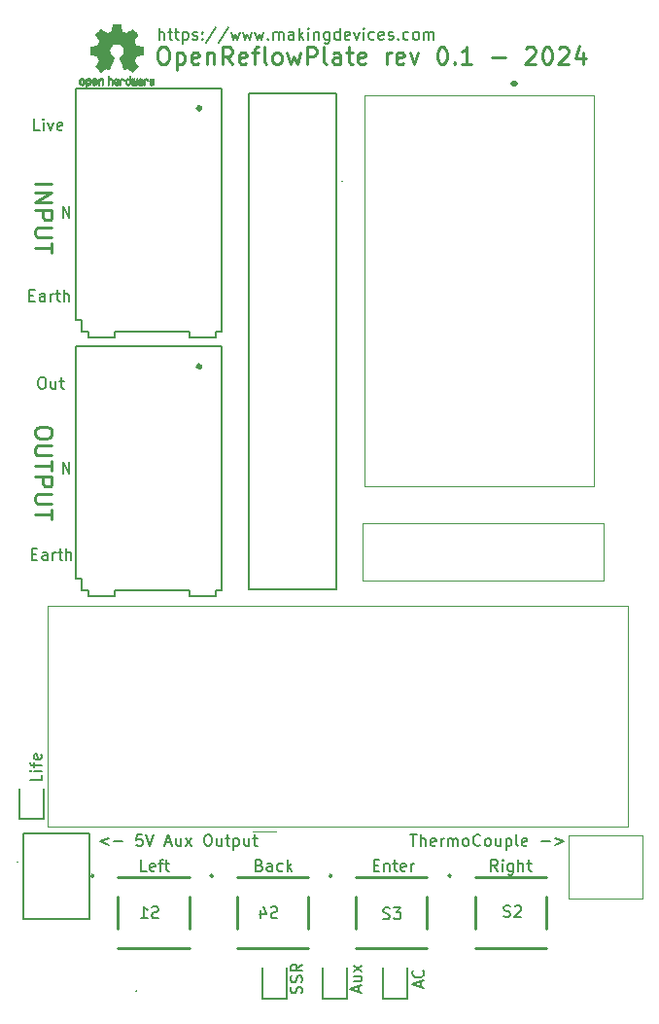
<source format=gbr>
%TF.GenerationSoftware,KiCad,Pcbnew,7.0.1*%
%TF.CreationDate,2024-01-25T20:06:11+01:00*%
%TF.ProjectId,OpenReflowPlate,4f70656e-5265-4666-9c6f-77506c617465,rev?*%
%TF.SameCoordinates,Original*%
%TF.FileFunction,Legend,Top*%
%TF.FilePolarity,Positive*%
%FSLAX46Y46*%
G04 Gerber Fmt 4.6, Leading zero omitted, Abs format (unit mm)*
G04 Created by KiCad (PCBNEW 7.0.1) date 2024-01-25 20:06:11*
%MOMM*%
%LPD*%
G01*
G04 APERTURE LIST*
%ADD10C,0.150000*%
%ADD11C,0.250000*%
%ADD12C,0.120000*%
%ADD13C,0.254000*%
%ADD14C,0.200000*%
%ADD15C,0.400000*%
%ADD16C,0.100000*%
%ADD17C,0.010000*%
%ADD18C,0.500000*%
G04 APERTURE END LIST*
D10*
X88038095Y-63453809D02*
X88371428Y-63453809D01*
X88514285Y-63977619D02*
X88038095Y-63977619D01*
X88038095Y-63977619D02*
X88038095Y-62977619D01*
X88038095Y-62977619D02*
X88514285Y-62977619D01*
X89371428Y-63977619D02*
X89371428Y-63453809D01*
X89371428Y-63453809D02*
X89323809Y-63358571D01*
X89323809Y-63358571D02*
X89228571Y-63310952D01*
X89228571Y-63310952D02*
X89038095Y-63310952D01*
X89038095Y-63310952D02*
X88942857Y-63358571D01*
X89371428Y-63930000D02*
X89276190Y-63977619D01*
X89276190Y-63977619D02*
X89038095Y-63977619D01*
X89038095Y-63977619D02*
X88942857Y-63930000D01*
X88942857Y-63930000D02*
X88895238Y-63834761D01*
X88895238Y-63834761D02*
X88895238Y-63739523D01*
X88895238Y-63739523D02*
X88942857Y-63644285D01*
X88942857Y-63644285D02*
X89038095Y-63596666D01*
X89038095Y-63596666D02*
X89276190Y-63596666D01*
X89276190Y-63596666D02*
X89371428Y-63549047D01*
X89847619Y-63977619D02*
X89847619Y-63310952D01*
X89847619Y-63501428D02*
X89895238Y-63406190D01*
X89895238Y-63406190D02*
X89942857Y-63358571D01*
X89942857Y-63358571D02*
X90038095Y-63310952D01*
X90038095Y-63310952D02*
X90133333Y-63310952D01*
X90323810Y-63310952D02*
X90704762Y-63310952D01*
X90466667Y-62977619D02*
X90466667Y-63834761D01*
X90466667Y-63834761D02*
X90514286Y-63930000D01*
X90514286Y-63930000D02*
X90609524Y-63977619D01*
X90609524Y-63977619D02*
X90704762Y-63977619D01*
X91038096Y-63977619D02*
X91038096Y-62977619D01*
X91466667Y-63977619D02*
X91466667Y-63453809D01*
X91466667Y-63453809D02*
X91419048Y-63358571D01*
X91419048Y-63358571D02*
X91323810Y-63310952D01*
X91323810Y-63310952D02*
X91180953Y-63310952D01*
X91180953Y-63310952D02*
X91085715Y-63358571D01*
X91085715Y-63358571D02*
X91038096Y-63406190D01*
X99138095Y-18677619D02*
X99138095Y-17677619D01*
X99566666Y-18677619D02*
X99566666Y-18153809D01*
X99566666Y-18153809D02*
X99519047Y-18058571D01*
X99519047Y-18058571D02*
X99423809Y-18010952D01*
X99423809Y-18010952D02*
X99280952Y-18010952D01*
X99280952Y-18010952D02*
X99185714Y-18058571D01*
X99185714Y-18058571D02*
X99138095Y-18106190D01*
X99900000Y-18010952D02*
X100280952Y-18010952D01*
X100042857Y-17677619D02*
X100042857Y-18534761D01*
X100042857Y-18534761D02*
X100090476Y-18630000D01*
X100090476Y-18630000D02*
X100185714Y-18677619D01*
X100185714Y-18677619D02*
X100280952Y-18677619D01*
X100471429Y-18010952D02*
X100852381Y-18010952D01*
X100614286Y-17677619D02*
X100614286Y-18534761D01*
X100614286Y-18534761D02*
X100661905Y-18630000D01*
X100661905Y-18630000D02*
X100757143Y-18677619D01*
X100757143Y-18677619D02*
X100852381Y-18677619D01*
X101185715Y-18010952D02*
X101185715Y-19010952D01*
X101185715Y-18058571D02*
X101280953Y-18010952D01*
X101280953Y-18010952D02*
X101471429Y-18010952D01*
X101471429Y-18010952D02*
X101566667Y-18058571D01*
X101566667Y-18058571D02*
X101614286Y-18106190D01*
X101614286Y-18106190D02*
X101661905Y-18201428D01*
X101661905Y-18201428D02*
X101661905Y-18487142D01*
X101661905Y-18487142D02*
X101614286Y-18582380D01*
X101614286Y-18582380D02*
X101566667Y-18630000D01*
X101566667Y-18630000D02*
X101471429Y-18677619D01*
X101471429Y-18677619D02*
X101280953Y-18677619D01*
X101280953Y-18677619D02*
X101185715Y-18630000D01*
X102042858Y-18630000D02*
X102138096Y-18677619D01*
X102138096Y-18677619D02*
X102328572Y-18677619D01*
X102328572Y-18677619D02*
X102423810Y-18630000D01*
X102423810Y-18630000D02*
X102471429Y-18534761D01*
X102471429Y-18534761D02*
X102471429Y-18487142D01*
X102471429Y-18487142D02*
X102423810Y-18391904D01*
X102423810Y-18391904D02*
X102328572Y-18344285D01*
X102328572Y-18344285D02*
X102185715Y-18344285D01*
X102185715Y-18344285D02*
X102090477Y-18296666D01*
X102090477Y-18296666D02*
X102042858Y-18201428D01*
X102042858Y-18201428D02*
X102042858Y-18153809D01*
X102042858Y-18153809D02*
X102090477Y-18058571D01*
X102090477Y-18058571D02*
X102185715Y-18010952D01*
X102185715Y-18010952D02*
X102328572Y-18010952D01*
X102328572Y-18010952D02*
X102423810Y-18058571D01*
X102900001Y-18582380D02*
X102947620Y-18630000D01*
X102947620Y-18630000D02*
X102900001Y-18677619D01*
X102900001Y-18677619D02*
X102852382Y-18630000D01*
X102852382Y-18630000D02*
X102900001Y-18582380D01*
X102900001Y-18582380D02*
X102900001Y-18677619D01*
X102900001Y-18058571D02*
X102947620Y-18106190D01*
X102947620Y-18106190D02*
X102900001Y-18153809D01*
X102900001Y-18153809D02*
X102852382Y-18106190D01*
X102852382Y-18106190D02*
X102900001Y-18058571D01*
X102900001Y-18058571D02*
X102900001Y-18153809D01*
X104090476Y-17630000D02*
X103233334Y-18915714D01*
X105138095Y-17630000D02*
X104280953Y-18915714D01*
X105376191Y-18010952D02*
X105566667Y-18677619D01*
X105566667Y-18677619D02*
X105757143Y-18201428D01*
X105757143Y-18201428D02*
X105947619Y-18677619D01*
X105947619Y-18677619D02*
X106138095Y-18010952D01*
X106423810Y-18010952D02*
X106614286Y-18677619D01*
X106614286Y-18677619D02*
X106804762Y-18201428D01*
X106804762Y-18201428D02*
X106995238Y-18677619D01*
X106995238Y-18677619D02*
X107185714Y-18010952D01*
X107471429Y-18010952D02*
X107661905Y-18677619D01*
X107661905Y-18677619D02*
X107852381Y-18201428D01*
X107852381Y-18201428D02*
X108042857Y-18677619D01*
X108042857Y-18677619D02*
X108233333Y-18010952D01*
X108614286Y-18582380D02*
X108661905Y-18630000D01*
X108661905Y-18630000D02*
X108614286Y-18677619D01*
X108614286Y-18677619D02*
X108566667Y-18630000D01*
X108566667Y-18630000D02*
X108614286Y-18582380D01*
X108614286Y-18582380D02*
X108614286Y-18677619D01*
X109090476Y-18677619D02*
X109090476Y-18010952D01*
X109090476Y-18106190D02*
X109138095Y-18058571D01*
X109138095Y-18058571D02*
X109233333Y-18010952D01*
X109233333Y-18010952D02*
X109376190Y-18010952D01*
X109376190Y-18010952D02*
X109471428Y-18058571D01*
X109471428Y-18058571D02*
X109519047Y-18153809D01*
X109519047Y-18153809D02*
X109519047Y-18677619D01*
X109519047Y-18153809D02*
X109566666Y-18058571D01*
X109566666Y-18058571D02*
X109661904Y-18010952D01*
X109661904Y-18010952D02*
X109804761Y-18010952D01*
X109804761Y-18010952D02*
X109900000Y-18058571D01*
X109900000Y-18058571D02*
X109947619Y-18153809D01*
X109947619Y-18153809D02*
X109947619Y-18677619D01*
X110852380Y-18677619D02*
X110852380Y-18153809D01*
X110852380Y-18153809D02*
X110804761Y-18058571D01*
X110804761Y-18058571D02*
X110709523Y-18010952D01*
X110709523Y-18010952D02*
X110519047Y-18010952D01*
X110519047Y-18010952D02*
X110423809Y-18058571D01*
X110852380Y-18630000D02*
X110757142Y-18677619D01*
X110757142Y-18677619D02*
X110519047Y-18677619D01*
X110519047Y-18677619D02*
X110423809Y-18630000D01*
X110423809Y-18630000D02*
X110376190Y-18534761D01*
X110376190Y-18534761D02*
X110376190Y-18439523D01*
X110376190Y-18439523D02*
X110423809Y-18344285D01*
X110423809Y-18344285D02*
X110519047Y-18296666D01*
X110519047Y-18296666D02*
X110757142Y-18296666D01*
X110757142Y-18296666D02*
X110852380Y-18249047D01*
X111328571Y-18677619D02*
X111328571Y-17677619D01*
X111423809Y-18296666D02*
X111709523Y-18677619D01*
X111709523Y-18010952D02*
X111328571Y-18391904D01*
X112138095Y-18677619D02*
X112138095Y-18010952D01*
X112138095Y-17677619D02*
X112090476Y-17725238D01*
X112090476Y-17725238D02*
X112138095Y-17772857D01*
X112138095Y-17772857D02*
X112185714Y-17725238D01*
X112185714Y-17725238D02*
X112138095Y-17677619D01*
X112138095Y-17677619D02*
X112138095Y-17772857D01*
X112614285Y-18010952D02*
X112614285Y-18677619D01*
X112614285Y-18106190D02*
X112661904Y-18058571D01*
X112661904Y-18058571D02*
X112757142Y-18010952D01*
X112757142Y-18010952D02*
X112899999Y-18010952D01*
X112899999Y-18010952D02*
X112995237Y-18058571D01*
X112995237Y-18058571D02*
X113042856Y-18153809D01*
X113042856Y-18153809D02*
X113042856Y-18677619D01*
X113947618Y-18010952D02*
X113947618Y-18820476D01*
X113947618Y-18820476D02*
X113899999Y-18915714D01*
X113899999Y-18915714D02*
X113852380Y-18963333D01*
X113852380Y-18963333D02*
X113757142Y-19010952D01*
X113757142Y-19010952D02*
X113614285Y-19010952D01*
X113614285Y-19010952D02*
X113519047Y-18963333D01*
X113947618Y-18630000D02*
X113852380Y-18677619D01*
X113852380Y-18677619D02*
X113661904Y-18677619D01*
X113661904Y-18677619D02*
X113566666Y-18630000D01*
X113566666Y-18630000D02*
X113519047Y-18582380D01*
X113519047Y-18582380D02*
X113471428Y-18487142D01*
X113471428Y-18487142D02*
X113471428Y-18201428D01*
X113471428Y-18201428D02*
X113519047Y-18106190D01*
X113519047Y-18106190D02*
X113566666Y-18058571D01*
X113566666Y-18058571D02*
X113661904Y-18010952D01*
X113661904Y-18010952D02*
X113852380Y-18010952D01*
X113852380Y-18010952D02*
X113947618Y-18058571D01*
X114852380Y-18677619D02*
X114852380Y-17677619D01*
X114852380Y-18630000D02*
X114757142Y-18677619D01*
X114757142Y-18677619D02*
X114566666Y-18677619D01*
X114566666Y-18677619D02*
X114471428Y-18630000D01*
X114471428Y-18630000D02*
X114423809Y-18582380D01*
X114423809Y-18582380D02*
X114376190Y-18487142D01*
X114376190Y-18487142D02*
X114376190Y-18201428D01*
X114376190Y-18201428D02*
X114423809Y-18106190D01*
X114423809Y-18106190D02*
X114471428Y-18058571D01*
X114471428Y-18058571D02*
X114566666Y-18010952D01*
X114566666Y-18010952D02*
X114757142Y-18010952D01*
X114757142Y-18010952D02*
X114852380Y-18058571D01*
X115709523Y-18630000D02*
X115614285Y-18677619D01*
X115614285Y-18677619D02*
X115423809Y-18677619D01*
X115423809Y-18677619D02*
X115328571Y-18630000D01*
X115328571Y-18630000D02*
X115280952Y-18534761D01*
X115280952Y-18534761D02*
X115280952Y-18153809D01*
X115280952Y-18153809D02*
X115328571Y-18058571D01*
X115328571Y-18058571D02*
X115423809Y-18010952D01*
X115423809Y-18010952D02*
X115614285Y-18010952D01*
X115614285Y-18010952D02*
X115709523Y-18058571D01*
X115709523Y-18058571D02*
X115757142Y-18153809D01*
X115757142Y-18153809D02*
X115757142Y-18249047D01*
X115757142Y-18249047D02*
X115280952Y-18344285D01*
X116090476Y-18010952D02*
X116328571Y-18677619D01*
X116328571Y-18677619D02*
X116566666Y-18010952D01*
X116947619Y-18677619D02*
X116947619Y-18010952D01*
X116947619Y-17677619D02*
X116900000Y-17725238D01*
X116900000Y-17725238D02*
X116947619Y-17772857D01*
X116947619Y-17772857D02*
X116995238Y-17725238D01*
X116995238Y-17725238D02*
X116947619Y-17677619D01*
X116947619Y-17677619D02*
X116947619Y-17772857D01*
X117852380Y-18630000D02*
X117757142Y-18677619D01*
X117757142Y-18677619D02*
X117566666Y-18677619D01*
X117566666Y-18677619D02*
X117471428Y-18630000D01*
X117471428Y-18630000D02*
X117423809Y-18582380D01*
X117423809Y-18582380D02*
X117376190Y-18487142D01*
X117376190Y-18487142D02*
X117376190Y-18201428D01*
X117376190Y-18201428D02*
X117423809Y-18106190D01*
X117423809Y-18106190D02*
X117471428Y-18058571D01*
X117471428Y-18058571D02*
X117566666Y-18010952D01*
X117566666Y-18010952D02*
X117757142Y-18010952D01*
X117757142Y-18010952D02*
X117852380Y-18058571D01*
X118661904Y-18630000D02*
X118566666Y-18677619D01*
X118566666Y-18677619D02*
X118376190Y-18677619D01*
X118376190Y-18677619D02*
X118280952Y-18630000D01*
X118280952Y-18630000D02*
X118233333Y-18534761D01*
X118233333Y-18534761D02*
X118233333Y-18153809D01*
X118233333Y-18153809D02*
X118280952Y-18058571D01*
X118280952Y-18058571D02*
X118376190Y-18010952D01*
X118376190Y-18010952D02*
X118566666Y-18010952D01*
X118566666Y-18010952D02*
X118661904Y-18058571D01*
X118661904Y-18058571D02*
X118709523Y-18153809D01*
X118709523Y-18153809D02*
X118709523Y-18249047D01*
X118709523Y-18249047D02*
X118233333Y-18344285D01*
X119090476Y-18630000D02*
X119185714Y-18677619D01*
X119185714Y-18677619D02*
X119376190Y-18677619D01*
X119376190Y-18677619D02*
X119471428Y-18630000D01*
X119471428Y-18630000D02*
X119519047Y-18534761D01*
X119519047Y-18534761D02*
X119519047Y-18487142D01*
X119519047Y-18487142D02*
X119471428Y-18391904D01*
X119471428Y-18391904D02*
X119376190Y-18344285D01*
X119376190Y-18344285D02*
X119233333Y-18344285D01*
X119233333Y-18344285D02*
X119138095Y-18296666D01*
X119138095Y-18296666D02*
X119090476Y-18201428D01*
X119090476Y-18201428D02*
X119090476Y-18153809D01*
X119090476Y-18153809D02*
X119138095Y-18058571D01*
X119138095Y-18058571D02*
X119233333Y-18010952D01*
X119233333Y-18010952D02*
X119376190Y-18010952D01*
X119376190Y-18010952D02*
X119471428Y-18058571D01*
X119947619Y-18582380D02*
X119995238Y-18630000D01*
X119995238Y-18630000D02*
X119947619Y-18677619D01*
X119947619Y-18677619D02*
X119900000Y-18630000D01*
X119900000Y-18630000D02*
X119947619Y-18582380D01*
X119947619Y-18582380D02*
X119947619Y-18677619D01*
X120852380Y-18630000D02*
X120757142Y-18677619D01*
X120757142Y-18677619D02*
X120566666Y-18677619D01*
X120566666Y-18677619D02*
X120471428Y-18630000D01*
X120471428Y-18630000D02*
X120423809Y-18582380D01*
X120423809Y-18582380D02*
X120376190Y-18487142D01*
X120376190Y-18487142D02*
X120376190Y-18201428D01*
X120376190Y-18201428D02*
X120423809Y-18106190D01*
X120423809Y-18106190D02*
X120471428Y-18058571D01*
X120471428Y-18058571D02*
X120566666Y-18010952D01*
X120566666Y-18010952D02*
X120757142Y-18010952D01*
X120757142Y-18010952D02*
X120852380Y-18058571D01*
X121423809Y-18677619D02*
X121328571Y-18630000D01*
X121328571Y-18630000D02*
X121280952Y-18582380D01*
X121280952Y-18582380D02*
X121233333Y-18487142D01*
X121233333Y-18487142D02*
X121233333Y-18201428D01*
X121233333Y-18201428D02*
X121280952Y-18106190D01*
X121280952Y-18106190D02*
X121328571Y-18058571D01*
X121328571Y-18058571D02*
X121423809Y-18010952D01*
X121423809Y-18010952D02*
X121566666Y-18010952D01*
X121566666Y-18010952D02*
X121661904Y-18058571D01*
X121661904Y-18058571D02*
X121709523Y-18106190D01*
X121709523Y-18106190D02*
X121757142Y-18201428D01*
X121757142Y-18201428D02*
X121757142Y-18487142D01*
X121757142Y-18487142D02*
X121709523Y-18582380D01*
X121709523Y-18582380D02*
X121661904Y-18630000D01*
X121661904Y-18630000D02*
X121566666Y-18677619D01*
X121566666Y-18677619D02*
X121423809Y-18677619D01*
X122185714Y-18677619D02*
X122185714Y-18010952D01*
X122185714Y-18106190D02*
X122233333Y-18058571D01*
X122233333Y-18058571D02*
X122328571Y-18010952D01*
X122328571Y-18010952D02*
X122471428Y-18010952D01*
X122471428Y-18010952D02*
X122566666Y-18058571D01*
X122566666Y-18058571D02*
X122614285Y-18153809D01*
X122614285Y-18153809D02*
X122614285Y-18677619D01*
X122614285Y-18153809D02*
X122661904Y-18058571D01*
X122661904Y-18058571D02*
X122757142Y-18010952D01*
X122757142Y-18010952D02*
X122899999Y-18010952D01*
X122899999Y-18010952D02*
X122995238Y-18058571D01*
X122995238Y-18058571D02*
X123042857Y-18153809D01*
X123042857Y-18153809D02*
X123042857Y-18677619D01*
X107871428Y-90553809D02*
X108014285Y-90601428D01*
X108014285Y-90601428D02*
X108061904Y-90649047D01*
X108061904Y-90649047D02*
X108109523Y-90744285D01*
X108109523Y-90744285D02*
X108109523Y-90887142D01*
X108109523Y-90887142D02*
X108061904Y-90982380D01*
X108061904Y-90982380D02*
X108014285Y-91030000D01*
X108014285Y-91030000D02*
X107919047Y-91077619D01*
X107919047Y-91077619D02*
X107538095Y-91077619D01*
X107538095Y-91077619D02*
X107538095Y-90077619D01*
X107538095Y-90077619D02*
X107871428Y-90077619D01*
X107871428Y-90077619D02*
X107966666Y-90125238D01*
X107966666Y-90125238D02*
X108014285Y-90172857D01*
X108014285Y-90172857D02*
X108061904Y-90268095D01*
X108061904Y-90268095D02*
X108061904Y-90363333D01*
X108061904Y-90363333D02*
X108014285Y-90458571D01*
X108014285Y-90458571D02*
X107966666Y-90506190D01*
X107966666Y-90506190D02*
X107871428Y-90553809D01*
X107871428Y-90553809D02*
X107538095Y-90553809D01*
X108966666Y-91077619D02*
X108966666Y-90553809D01*
X108966666Y-90553809D02*
X108919047Y-90458571D01*
X108919047Y-90458571D02*
X108823809Y-90410952D01*
X108823809Y-90410952D02*
X108633333Y-90410952D01*
X108633333Y-90410952D02*
X108538095Y-90458571D01*
X108966666Y-91030000D02*
X108871428Y-91077619D01*
X108871428Y-91077619D02*
X108633333Y-91077619D01*
X108633333Y-91077619D02*
X108538095Y-91030000D01*
X108538095Y-91030000D02*
X108490476Y-90934761D01*
X108490476Y-90934761D02*
X108490476Y-90839523D01*
X108490476Y-90839523D02*
X108538095Y-90744285D01*
X108538095Y-90744285D02*
X108633333Y-90696666D01*
X108633333Y-90696666D02*
X108871428Y-90696666D01*
X108871428Y-90696666D02*
X108966666Y-90649047D01*
X109871428Y-91030000D02*
X109776190Y-91077619D01*
X109776190Y-91077619D02*
X109585714Y-91077619D01*
X109585714Y-91077619D02*
X109490476Y-91030000D01*
X109490476Y-91030000D02*
X109442857Y-90982380D01*
X109442857Y-90982380D02*
X109395238Y-90887142D01*
X109395238Y-90887142D02*
X109395238Y-90601428D01*
X109395238Y-90601428D02*
X109442857Y-90506190D01*
X109442857Y-90506190D02*
X109490476Y-90458571D01*
X109490476Y-90458571D02*
X109585714Y-90410952D01*
X109585714Y-90410952D02*
X109776190Y-90410952D01*
X109776190Y-90410952D02*
X109871428Y-90458571D01*
X110300000Y-91077619D02*
X110300000Y-90077619D01*
X110395238Y-90696666D02*
X110680952Y-91077619D01*
X110680952Y-90410952D02*
X110300000Y-90791904D01*
D11*
X88283571Y-31257142D02*
X89783571Y-31257142D01*
X88283571Y-31971428D02*
X89783571Y-31971428D01*
X89783571Y-31971428D02*
X88283571Y-32828571D01*
X88283571Y-32828571D02*
X89783571Y-32828571D01*
X88283571Y-33542857D02*
X89783571Y-33542857D01*
X89783571Y-33542857D02*
X89783571Y-34114286D01*
X89783571Y-34114286D02*
X89712142Y-34257143D01*
X89712142Y-34257143D02*
X89640714Y-34328572D01*
X89640714Y-34328572D02*
X89497857Y-34400000D01*
X89497857Y-34400000D02*
X89283571Y-34400000D01*
X89283571Y-34400000D02*
X89140714Y-34328572D01*
X89140714Y-34328572D02*
X89069285Y-34257143D01*
X89069285Y-34257143D02*
X88997857Y-34114286D01*
X88997857Y-34114286D02*
X88997857Y-33542857D01*
X89783571Y-35042857D02*
X88569285Y-35042857D01*
X88569285Y-35042857D02*
X88426428Y-35114286D01*
X88426428Y-35114286D02*
X88355000Y-35185715D01*
X88355000Y-35185715D02*
X88283571Y-35328572D01*
X88283571Y-35328572D02*
X88283571Y-35614286D01*
X88283571Y-35614286D02*
X88355000Y-35757143D01*
X88355000Y-35757143D02*
X88426428Y-35828572D01*
X88426428Y-35828572D02*
X88569285Y-35900000D01*
X88569285Y-35900000D02*
X89783571Y-35900000D01*
X89783571Y-36400001D02*
X89783571Y-37257144D01*
X88283571Y-36828572D02*
X89783571Y-36828572D01*
D10*
X88828571Y-48077619D02*
X89019047Y-48077619D01*
X89019047Y-48077619D02*
X89114285Y-48125238D01*
X89114285Y-48125238D02*
X89209523Y-48220476D01*
X89209523Y-48220476D02*
X89257142Y-48410952D01*
X89257142Y-48410952D02*
X89257142Y-48744285D01*
X89257142Y-48744285D02*
X89209523Y-48934761D01*
X89209523Y-48934761D02*
X89114285Y-49030000D01*
X89114285Y-49030000D02*
X89019047Y-49077619D01*
X89019047Y-49077619D02*
X88828571Y-49077619D01*
X88828571Y-49077619D02*
X88733333Y-49030000D01*
X88733333Y-49030000D02*
X88638095Y-48934761D01*
X88638095Y-48934761D02*
X88590476Y-48744285D01*
X88590476Y-48744285D02*
X88590476Y-48410952D01*
X88590476Y-48410952D02*
X88638095Y-48220476D01*
X88638095Y-48220476D02*
X88733333Y-48125238D01*
X88733333Y-48125238D02*
X88828571Y-48077619D01*
X90114285Y-48410952D02*
X90114285Y-49077619D01*
X89685714Y-48410952D02*
X89685714Y-48934761D01*
X89685714Y-48934761D02*
X89733333Y-49030000D01*
X89733333Y-49030000D02*
X89828571Y-49077619D01*
X89828571Y-49077619D02*
X89971428Y-49077619D01*
X89971428Y-49077619D02*
X90066666Y-49030000D01*
X90066666Y-49030000D02*
X90114285Y-48982380D01*
X90447619Y-48410952D02*
X90828571Y-48410952D01*
X90590476Y-48077619D02*
X90590476Y-48934761D01*
X90590476Y-48934761D02*
X90638095Y-49030000D01*
X90638095Y-49030000D02*
X90733333Y-49077619D01*
X90733333Y-49077619D02*
X90828571Y-49077619D01*
X120995238Y-87877619D02*
X121566666Y-87877619D01*
X121280952Y-88877619D02*
X121280952Y-87877619D01*
X121900000Y-88877619D02*
X121900000Y-87877619D01*
X122328571Y-88877619D02*
X122328571Y-88353809D01*
X122328571Y-88353809D02*
X122280952Y-88258571D01*
X122280952Y-88258571D02*
X122185714Y-88210952D01*
X122185714Y-88210952D02*
X122042857Y-88210952D01*
X122042857Y-88210952D02*
X121947619Y-88258571D01*
X121947619Y-88258571D02*
X121900000Y-88306190D01*
X123185714Y-88830000D02*
X123090476Y-88877619D01*
X123090476Y-88877619D02*
X122900000Y-88877619D01*
X122900000Y-88877619D02*
X122804762Y-88830000D01*
X122804762Y-88830000D02*
X122757143Y-88734761D01*
X122757143Y-88734761D02*
X122757143Y-88353809D01*
X122757143Y-88353809D02*
X122804762Y-88258571D01*
X122804762Y-88258571D02*
X122900000Y-88210952D01*
X122900000Y-88210952D02*
X123090476Y-88210952D01*
X123090476Y-88210952D02*
X123185714Y-88258571D01*
X123185714Y-88258571D02*
X123233333Y-88353809D01*
X123233333Y-88353809D02*
X123233333Y-88449047D01*
X123233333Y-88449047D02*
X122757143Y-88544285D01*
X123661905Y-88877619D02*
X123661905Y-88210952D01*
X123661905Y-88401428D02*
X123709524Y-88306190D01*
X123709524Y-88306190D02*
X123757143Y-88258571D01*
X123757143Y-88258571D02*
X123852381Y-88210952D01*
X123852381Y-88210952D02*
X123947619Y-88210952D01*
X124280953Y-88877619D02*
X124280953Y-88210952D01*
X124280953Y-88306190D02*
X124328572Y-88258571D01*
X124328572Y-88258571D02*
X124423810Y-88210952D01*
X124423810Y-88210952D02*
X124566667Y-88210952D01*
X124566667Y-88210952D02*
X124661905Y-88258571D01*
X124661905Y-88258571D02*
X124709524Y-88353809D01*
X124709524Y-88353809D02*
X124709524Y-88877619D01*
X124709524Y-88353809D02*
X124757143Y-88258571D01*
X124757143Y-88258571D02*
X124852381Y-88210952D01*
X124852381Y-88210952D02*
X124995238Y-88210952D01*
X124995238Y-88210952D02*
X125090477Y-88258571D01*
X125090477Y-88258571D02*
X125138096Y-88353809D01*
X125138096Y-88353809D02*
X125138096Y-88877619D01*
X125757143Y-88877619D02*
X125661905Y-88830000D01*
X125661905Y-88830000D02*
X125614286Y-88782380D01*
X125614286Y-88782380D02*
X125566667Y-88687142D01*
X125566667Y-88687142D02*
X125566667Y-88401428D01*
X125566667Y-88401428D02*
X125614286Y-88306190D01*
X125614286Y-88306190D02*
X125661905Y-88258571D01*
X125661905Y-88258571D02*
X125757143Y-88210952D01*
X125757143Y-88210952D02*
X125900000Y-88210952D01*
X125900000Y-88210952D02*
X125995238Y-88258571D01*
X125995238Y-88258571D02*
X126042857Y-88306190D01*
X126042857Y-88306190D02*
X126090476Y-88401428D01*
X126090476Y-88401428D02*
X126090476Y-88687142D01*
X126090476Y-88687142D02*
X126042857Y-88782380D01*
X126042857Y-88782380D02*
X125995238Y-88830000D01*
X125995238Y-88830000D02*
X125900000Y-88877619D01*
X125900000Y-88877619D02*
X125757143Y-88877619D01*
X127090476Y-88782380D02*
X127042857Y-88830000D01*
X127042857Y-88830000D02*
X126900000Y-88877619D01*
X126900000Y-88877619D02*
X126804762Y-88877619D01*
X126804762Y-88877619D02*
X126661905Y-88830000D01*
X126661905Y-88830000D02*
X126566667Y-88734761D01*
X126566667Y-88734761D02*
X126519048Y-88639523D01*
X126519048Y-88639523D02*
X126471429Y-88449047D01*
X126471429Y-88449047D02*
X126471429Y-88306190D01*
X126471429Y-88306190D02*
X126519048Y-88115714D01*
X126519048Y-88115714D02*
X126566667Y-88020476D01*
X126566667Y-88020476D02*
X126661905Y-87925238D01*
X126661905Y-87925238D02*
X126804762Y-87877619D01*
X126804762Y-87877619D02*
X126900000Y-87877619D01*
X126900000Y-87877619D02*
X127042857Y-87925238D01*
X127042857Y-87925238D02*
X127090476Y-87972857D01*
X127661905Y-88877619D02*
X127566667Y-88830000D01*
X127566667Y-88830000D02*
X127519048Y-88782380D01*
X127519048Y-88782380D02*
X127471429Y-88687142D01*
X127471429Y-88687142D02*
X127471429Y-88401428D01*
X127471429Y-88401428D02*
X127519048Y-88306190D01*
X127519048Y-88306190D02*
X127566667Y-88258571D01*
X127566667Y-88258571D02*
X127661905Y-88210952D01*
X127661905Y-88210952D02*
X127804762Y-88210952D01*
X127804762Y-88210952D02*
X127900000Y-88258571D01*
X127900000Y-88258571D02*
X127947619Y-88306190D01*
X127947619Y-88306190D02*
X127995238Y-88401428D01*
X127995238Y-88401428D02*
X127995238Y-88687142D01*
X127995238Y-88687142D02*
X127947619Y-88782380D01*
X127947619Y-88782380D02*
X127900000Y-88830000D01*
X127900000Y-88830000D02*
X127804762Y-88877619D01*
X127804762Y-88877619D02*
X127661905Y-88877619D01*
X128852381Y-88210952D02*
X128852381Y-88877619D01*
X128423810Y-88210952D02*
X128423810Y-88734761D01*
X128423810Y-88734761D02*
X128471429Y-88830000D01*
X128471429Y-88830000D02*
X128566667Y-88877619D01*
X128566667Y-88877619D02*
X128709524Y-88877619D01*
X128709524Y-88877619D02*
X128804762Y-88830000D01*
X128804762Y-88830000D02*
X128852381Y-88782380D01*
X129328572Y-88210952D02*
X129328572Y-89210952D01*
X129328572Y-88258571D02*
X129423810Y-88210952D01*
X129423810Y-88210952D02*
X129614286Y-88210952D01*
X129614286Y-88210952D02*
X129709524Y-88258571D01*
X129709524Y-88258571D02*
X129757143Y-88306190D01*
X129757143Y-88306190D02*
X129804762Y-88401428D01*
X129804762Y-88401428D02*
X129804762Y-88687142D01*
X129804762Y-88687142D02*
X129757143Y-88782380D01*
X129757143Y-88782380D02*
X129709524Y-88830000D01*
X129709524Y-88830000D02*
X129614286Y-88877619D01*
X129614286Y-88877619D02*
X129423810Y-88877619D01*
X129423810Y-88877619D02*
X129328572Y-88830000D01*
X130376191Y-88877619D02*
X130280953Y-88830000D01*
X130280953Y-88830000D02*
X130233334Y-88734761D01*
X130233334Y-88734761D02*
X130233334Y-87877619D01*
X131138096Y-88830000D02*
X131042858Y-88877619D01*
X131042858Y-88877619D02*
X130852382Y-88877619D01*
X130852382Y-88877619D02*
X130757144Y-88830000D01*
X130757144Y-88830000D02*
X130709525Y-88734761D01*
X130709525Y-88734761D02*
X130709525Y-88353809D01*
X130709525Y-88353809D02*
X130757144Y-88258571D01*
X130757144Y-88258571D02*
X130852382Y-88210952D01*
X130852382Y-88210952D02*
X131042858Y-88210952D01*
X131042858Y-88210952D02*
X131138096Y-88258571D01*
X131138096Y-88258571D02*
X131185715Y-88353809D01*
X131185715Y-88353809D02*
X131185715Y-88449047D01*
X131185715Y-88449047D02*
X130709525Y-88544285D01*
X132376192Y-88496666D02*
X133138097Y-88496666D01*
X133614287Y-88210952D02*
X134376192Y-88496666D01*
X134376192Y-88496666D02*
X133614287Y-88782380D01*
X121891904Y-101185714D02*
X121891904Y-100709524D01*
X122177619Y-101280952D02*
X121177619Y-100947619D01*
X121177619Y-100947619D02*
X122177619Y-100614286D01*
X122082380Y-99709524D02*
X122130000Y-99757143D01*
X122130000Y-99757143D02*
X122177619Y-99900000D01*
X122177619Y-99900000D02*
X122177619Y-99995238D01*
X122177619Y-99995238D02*
X122130000Y-100138095D01*
X122130000Y-100138095D02*
X122034761Y-100233333D01*
X122034761Y-100233333D02*
X121939523Y-100280952D01*
X121939523Y-100280952D02*
X121749047Y-100328571D01*
X121749047Y-100328571D02*
X121606190Y-100328571D01*
X121606190Y-100328571D02*
X121415714Y-100280952D01*
X121415714Y-100280952D02*
X121320476Y-100233333D01*
X121320476Y-100233333D02*
X121225238Y-100138095D01*
X121225238Y-100138095D02*
X121177619Y-99995238D01*
X121177619Y-99995238D02*
X121177619Y-99900000D01*
X121177619Y-99900000D02*
X121225238Y-99757143D01*
X121225238Y-99757143D02*
X121272857Y-99709524D01*
X90738095Y-56477619D02*
X90738095Y-55477619D01*
X90738095Y-55477619D02*
X91309523Y-56477619D01*
X91309523Y-56477619D02*
X91309523Y-55477619D01*
X88714285Y-26577619D02*
X88238095Y-26577619D01*
X88238095Y-26577619D02*
X88238095Y-25577619D01*
X89047619Y-26577619D02*
X89047619Y-25910952D01*
X89047619Y-25577619D02*
X89000000Y-25625238D01*
X89000000Y-25625238D02*
X89047619Y-25672857D01*
X89047619Y-25672857D02*
X89095238Y-25625238D01*
X89095238Y-25625238D02*
X89047619Y-25577619D01*
X89047619Y-25577619D02*
X89047619Y-25672857D01*
X89428571Y-25910952D02*
X89666666Y-26577619D01*
X89666666Y-26577619D02*
X89904761Y-25910952D01*
X90666666Y-26530000D02*
X90571428Y-26577619D01*
X90571428Y-26577619D02*
X90380952Y-26577619D01*
X90380952Y-26577619D02*
X90285714Y-26530000D01*
X90285714Y-26530000D02*
X90238095Y-26434761D01*
X90238095Y-26434761D02*
X90238095Y-26053809D01*
X90238095Y-26053809D02*
X90285714Y-25958571D01*
X90285714Y-25958571D02*
X90380952Y-25910952D01*
X90380952Y-25910952D02*
X90571428Y-25910952D01*
X90571428Y-25910952D02*
X90666666Y-25958571D01*
X90666666Y-25958571D02*
X90714285Y-26053809D01*
X90714285Y-26053809D02*
X90714285Y-26149047D01*
X90714285Y-26149047D02*
X90238095Y-26244285D01*
X94700000Y-88210952D02*
X93938095Y-88496666D01*
X93938095Y-88496666D02*
X94700000Y-88782380D01*
X95176190Y-88496666D02*
X95938095Y-88496666D01*
X97652380Y-87877619D02*
X97176190Y-87877619D01*
X97176190Y-87877619D02*
X97128571Y-88353809D01*
X97128571Y-88353809D02*
X97176190Y-88306190D01*
X97176190Y-88306190D02*
X97271428Y-88258571D01*
X97271428Y-88258571D02*
X97509523Y-88258571D01*
X97509523Y-88258571D02*
X97604761Y-88306190D01*
X97604761Y-88306190D02*
X97652380Y-88353809D01*
X97652380Y-88353809D02*
X97699999Y-88449047D01*
X97699999Y-88449047D02*
X97699999Y-88687142D01*
X97699999Y-88687142D02*
X97652380Y-88782380D01*
X97652380Y-88782380D02*
X97604761Y-88830000D01*
X97604761Y-88830000D02*
X97509523Y-88877619D01*
X97509523Y-88877619D02*
X97271428Y-88877619D01*
X97271428Y-88877619D02*
X97176190Y-88830000D01*
X97176190Y-88830000D02*
X97128571Y-88782380D01*
X97985714Y-87877619D02*
X98319047Y-88877619D01*
X98319047Y-88877619D02*
X98652380Y-87877619D01*
X99700000Y-88591904D02*
X100176190Y-88591904D01*
X99604762Y-88877619D02*
X99938095Y-87877619D01*
X99938095Y-87877619D02*
X100271428Y-88877619D01*
X101033333Y-88210952D02*
X101033333Y-88877619D01*
X100604762Y-88210952D02*
X100604762Y-88734761D01*
X100604762Y-88734761D02*
X100652381Y-88830000D01*
X100652381Y-88830000D02*
X100747619Y-88877619D01*
X100747619Y-88877619D02*
X100890476Y-88877619D01*
X100890476Y-88877619D02*
X100985714Y-88830000D01*
X100985714Y-88830000D02*
X101033333Y-88782380D01*
X101414286Y-88877619D02*
X101938095Y-88210952D01*
X101414286Y-88210952D02*
X101938095Y-88877619D01*
X103271429Y-87877619D02*
X103461905Y-87877619D01*
X103461905Y-87877619D02*
X103557143Y-87925238D01*
X103557143Y-87925238D02*
X103652381Y-88020476D01*
X103652381Y-88020476D02*
X103700000Y-88210952D01*
X103700000Y-88210952D02*
X103700000Y-88544285D01*
X103700000Y-88544285D02*
X103652381Y-88734761D01*
X103652381Y-88734761D02*
X103557143Y-88830000D01*
X103557143Y-88830000D02*
X103461905Y-88877619D01*
X103461905Y-88877619D02*
X103271429Y-88877619D01*
X103271429Y-88877619D02*
X103176191Y-88830000D01*
X103176191Y-88830000D02*
X103080953Y-88734761D01*
X103080953Y-88734761D02*
X103033334Y-88544285D01*
X103033334Y-88544285D02*
X103033334Y-88210952D01*
X103033334Y-88210952D02*
X103080953Y-88020476D01*
X103080953Y-88020476D02*
X103176191Y-87925238D01*
X103176191Y-87925238D02*
X103271429Y-87877619D01*
X104557143Y-88210952D02*
X104557143Y-88877619D01*
X104128572Y-88210952D02*
X104128572Y-88734761D01*
X104128572Y-88734761D02*
X104176191Y-88830000D01*
X104176191Y-88830000D02*
X104271429Y-88877619D01*
X104271429Y-88877619D02*
X104414286Y-88877619D01*
X104414286Y-88877619D02*
X104509524Y-88830000D01*
X104509524Y-88830000D02*
X104557143Y-88782380D01*
X104890477Y-88210952D02*
X105271429Y-88210952D01*
X105033334Y-87877619D02*
X105033334Y-88734761D01*
X105033334Y-88734761D02*
X105080953Y-88830000D01*
X105080953Y-88830000D02*
X105176191Y-88877619D01*
X105176191Y-88877619D02*
X105271429Y-88877619D01*
X105604763Y-88210952D02*
X105604763Y-89210952D01*
X105604763Y-88258571D02*
X105700001Y-88210952D01*
X105700001Y-88210952D02*
X105890477Y-88210952D01*
X105890477Y-88210952D02*
X105985715Y-88258571D01*
X105985715Y-88258571D02*
X106033334Y-88306190D01*
X106033334Y-88306190D02*
X106080953Y-88401428D01*
X106080953Y-88401428D02*
X106080953Y-88687142D01*
X106080953Y-88687142D02*
X106033334Y-88782380D01*
X106033334Y-88782380D02*
X105985715Y-88830000D01*
X105985715Y-88830000D02*
X105890477Y-88877619D01*
X105890477Y-88877619D02*
X105700001Y-88877619D01*
X105700001Y-88877619D02*
X105604763Y-88830000D01*
X106938096Y-88210952D02*
X106938096Y-88877619D01*
X106509525Y-88210952D02*
X106509525Y-88734761D01*
X106509525Y-88734761D02*
X106557144Y-88830000D01*
X106557144Y-88830000D02*
X106652382Y-88877619D01*
X106652382Y-88877619D02*
X106795239Y-88877619D01*
X106795239Y-88877619D02*
X106890477Y-88830000D01*
X106890477Y-88830000D02*
X106938096Y-88782380D01*
X107271430Y-88210952D02*
X107652382Y-88210952D01*
X107414287Y-87877619D02*
X107414287Y-88734761D01*
X107414287Y-88734761D02*
X107461906Y-88830000D01*
X107461906Y-88830000D02*
X107557144Y-88877619D01*
X107557144Y-88877619D02*
X107652382Y-88877619D01*
X90738095Y-34177619D02*
X90738095Y-33177619D01*
X90738095Y-33177619D02*
X91309523Y-34177619D01*
X91309523Y-34177619D02*
X91309523Y-33177619D01*
D11*
X99342857Y-19316428D02*
X99628571Y-19316428D01*
X99628571Y-19316428D02*
X99771428Y-19387857D01*
X99771428Y-19387857D02*
X99914285Y-19530714D01*
X99914285Y-19530714D02*
X99985714Y-19816428D01*
X99985714Y-19816428D02*
X99985714Y-20316428D01*
X99985714Y-20316428D02*
X99914285Y-20602142D01*
X99914285Y-20602142D02*
X99771428Y-20745000D01*
X99771428Y-20745000D02*
X99628571Y-20816428D01*
X99628571Y-20816428D02*
X99342857Y-20816428D01*
X99342857Y-20816428D02*
X99200000Y-20745000D01*
X99200000Y-20745000D02*
X99057142Y-20602142D01*
X99057142Y-20602142D02*
X98985714Y-20316428D01*
X98985714Y-20316428D02*
X98985714Y-19816428D01*
X98985714Y-19816428D02*
X99057142Y-19530714D01*
X99057142Y-19530714D02*
X99200000Y-19387857D01*
X99200000Y-19387857D02*
X99342857Y-19316428D01*
X100628571Y-19816428D02*
X100628571Y-21316428D01*
X100628571Y-19887857D02*
X100771429Y-19816428D01*
X100771429Y-19816428D02*
X101057143Y-19816428D01*
X101057143Y-19816428D02*
X101200000Y-19887857D01*
X101200000Y-19887857D02*
X101271429Y-19959285D01*
X101271429Y-19959285D02*
X101342857Y-20102142D01*
X101342857Y-20102142D02*
X101342857Y-20530714D01*
X101342857Y-20530714D02*
X101271429Y-20673571D01*
X101271429Y-20673571D02*
X101200000Y-20745000D01*
X101200000Y-20745000D02*
X101057143Y-20816428D01*
X101057143Y-20816428D02*
X100771429Y-20816428D01*
X100771429Y-20816428D02*
X100628571Y-20745000D01*
X102557143Y-20745000D02*
X102414286Y-20816428D01*
X102414286Y-20816428D02*
X102128572Y-20816428D01*
X102128572Y-20816428D02*
X101985714Y-20745000D01*
X101985714Y-20745000D02*
X101914286Y-20602142D01*
X101914286Y-20602142D02*
X101914286Y-20030714D01*
X101914286Y-20030714D02*
X101985714Y-19887857D01*
X101985714Y-19887857D02*
X102128572Y-19816428D01*
X102128572Y-19816428D02*
X102414286Y-19816428D01*
X102414286Y-19816428D02*
X102557143Y-19887857D01*
X102557143Y-19887857D02*
X102628572Y-20030714D01*
X102628572Y-20030714D02*
X102628572Y-20173571D01*
X102628572Y-20173571D02*
X101914286Y-20316428D01*
X103271428Y-19816428D02*
X103271428Y-20816428D01*
X103271428Y-19959285D02*
X103342857Y-19887857D01*
X103342857Y-19887857D02*
X103485714Y-19816428D01*
X103485714Y-19816428D02*
X103700000Y-19816428D01*
X103700000Y-19816428D02*
X103842857Y-19887857D01*
X103842857Y-19887857D02*
X103914286Y-20030714D01*
X103914286Y-20030714D02*
X103914286Y-20816428D01*
X105485714Y-20816428D02*
X104985714Y-20102142D01*
X104628571Y-20816428D02*
X104628571Y-19316428D01*
X104628571Y-19316428D02*
X105200000Y-19316428D01*
X105200000Y-19316428D02*
X105342857Y-19387857D01*
X105342857Y-19387857D02*
X105414286Y-19459285D01*
X105414286Y-19459285D02*
X105485714Y-19602142D01*
X105485714Y-19602142D02*
X105485714Y-19816428D01*
X105485714Y-19816428D02*
X105414286Y-19959285D01*
X105414286Y-19959285D02*
X105342857Y-20030714D01*
X105342857Y-20030714D02*
X105200000Y-20102142D01*
X105200000Y-20102142D02*
X104628571Y-20102142D01*
X106700000Y-20745000D02*
X106557143Y-20816428D01*
X106557143Y-20816428D02*
X106271429Y-20816428D01*
X106271429Y-20816428D02*
X106128571Y-20745000D01*
X106128571Y-20745000D02*
X106057143Y-20602142D01*
X106057143Y-20602142D02*
X106057143Y-20030714D01*
X106057143Y-20030714D02*
X106128571Y-19887857D01*
X106128571Y-19887857D02*
X106271429Y-19816428D01*
X106271429Y-19816428D02*
X106557143Y-19816428D01*
X106557143Y-19816428D02*
X106700000Y-19887857D01*
X106700000Y-19887857D02*
X106771429Y-20030714D01*
X106771429Y-20030714D02*
X106771429Y-20173571D01*
X106771429Y-20173571D02*
X106057143Y-20316428D01*
X107200000Y-19816428D02*
X107771428Y-19816428D01*
X107414285Y-20816428D02*
X107414285Y-19530714D01*
X107414285Y-19530714D02*
X107485714Y-19387857D01*
X107485714Y-19387857D02*
X107628571Y-19316428D01*
X107628571Y-19316428D02*
X107771428Y-19316428D01*
X108485714Y-20816428D02*
X108342857Y-20745000D01*
X108342857Y-20745000D02*
X108271428Y-20602142D01*
X108271428Y-20602142D02*
X108271428Y-19316428D01*
X109271428Y-20816428D02*
X109128571Y-20745000D01*
X109128571Y-20745000D02*
X109057142Y-20673571D01*
X109057142Y-20673571D02*
X108985714Y-20530714D01*
X108985714Y-20530714D02*
X108985714Y-20102142D01*
X108985714Y-20102142D02*
X109057142Y-19959285D01*
X109057142Y-19959285D02*
X109128571Y-19887857D01*
X109128571Y-19887857D02*
X109271428Y-19816428D01*
X109271428Y-19816428D02*
X109485714Y-19816428D01*
X109485714Y-19816428D02*
X109628571Y-19887857D01*
X109628571Y-19887857D02*
X109700000Y-19959285D01*
X109700000Y-19959285D02*
X109771428Y-20102142D01*
X109771428Y-20102142D02*
X109771428Y-20530714D01*
X109771428Y-20530714D02*
X109700000Y-20673571D01*
X109700000Y-20673571D02*
X109628571Y-20745000D01*
X109628571Y-20745000D02*
X109485714Y-20816428D01*
X109485714Y-20816428D02*
X109271428Y-20816428D01*
X110271428Y-19816428D02*
X110557143Y-20816428D01*
X110557143Y-20816428D02*
X110842857Y-20102142D01*
X110842857Y-20102142D02*
X111128571Y-20816428D01*
X111128571Y-20816428D02*
X111414285Y-19816428D01*
X111985714Y-20816428D02*
X111985714Y-19316428D01*
X111985714Y-19316428D02*
X112557143Y-19316428D01*
X112557143Y-19316428D02*
X112700000Y-19387857D01*
X112700000Y-19387857D02*
X112771429Y-19459285D01*
X112771429Y-19459285D02*
X112842857Y-19602142D01*
X112842857Y-19602142D02*
X112842857Y-19816428D01*
X112842857Y-19816428D02*
X112771429Y-19959285D01*
X112771429Y-19959285D02*
X112700000Y-20030714D01*
X112700000Y-20030714D02*
X112557143Y-20102142D01*
X112557143Y-20102142D02*
X111985714Y-20102142D01*
X113700000Y-20816428D02*
X113557143Y-20745000D01*
X113557143Y-20745000D02*
X113485714Y-20602142D01*
X113485714Y-20602142D02*
X113485714Y-19316428D01*
X114914286Y-20816428D02*
X114914286Y-20030714D01*
X114914286Y-20030714D02*
X114842857Y-19887857D01*
X114842857Y-19887857D02*
X114700000Y-19816428D01*
X114700000Y-19816428D02*
X114414286Y-19816428D01*
X114414286Y-19816428D02*
X114271428Y-19887857D01*
X114914286Y-20745000D02*
X114771428Y-20816428D01*
X114771428Y-20816428D02*
X114414286Y-20816428D01*
X114414286Y-20816428D02*
X114271428Y-20745000D01*
X114271428Y-20745000D02*
X114200000Y-20602142D01*
X114200000Y-20602142D02*
X114200000Y-20459285D01*
X114200000Y-20459285D02*
X114271428Y-20316428D01*
X114271428Y-20316428D02*
X114414286Y-20245000D01*
X114414286Y-20245000D02*
X114771428Y-20245000D01*
X114771428Y-20245000D02*
X114914286Y-20173571D01*
X115414286Y-19816428D02*
X115985714Y-19816428D01*
X115628571Y-19316428D02*
X115628571Y-20602142D01*
X115628571Y-20602142D02*
X115700000Y-20745000D01*
X115700000Y-20745000D02*
X115842857Y-20816428D01*
X115842857Y-20816428D02*
X115985714Y-20816428D01*
X117057143Y-20745000D02*
X116914286Y-20816428D01*
X116914286Y-20816428D02*
X116628572Y-20816428D01*
X116628572Y-20816428D02*
X116485714Y-20745000D01*
X116485714Y-20745000D02*
X116414286Y-20602142D01*
X116414286Y-20602142D02*
X116414286Y-20030714D01*
X116414286Y-20030714D02*
X116485714Y-19887857D01*
X116485714Y-19887857D02*
X116628572Y-19816428D01*
X116628572Y-19816428D02*
X116914286Y-19816428D01*
X116914286Y-19816428D02*
X117057143Y-19887857D01*
X117057143Y-19887857D02*
X117128572Y-20030714D01*
X117128572Y-20030714D02*
X117128572Y-20173571D01*
X117128572Y-20173571D02*
X116414286Y-20316428D01*
X118914285Y-20816428D02*
X118914285Y-19816428D01*
X118914285Y-20102142D02*
X118985714Y-19959285D01*
X118985714Y-19959285D02*
X119057143Y-19887857D01*
X119057143Y-19887857D02*
X119200000Y-19816428D01*
X119200000Y-19816428D02*
X119342857Y-19816428D01*
X120414285Y-20745000D02*
X120271428Y-20816428D01*
X120271428Y-20816428D02*
X119985714Y-20816428D01*
X119985714Y-20816428D02*
X119842856Y-20745000D01*
X119842856Y-20745000D02*
X119771428Y-20602142D01*
X119771428Y-20602142D02*
X119771428Y-20030714D01*
X119771428Y-20030714D02*
X119842856Y-19887857D01*
X119842856Y-19887857D02*
X119985714Y-19816428D01*
X119985714Y-19816428D02*
X120271428Y-19816428D01*
X120271428Y-19816428D02*
X120414285Y-19887857D01*
X120414285Y-19887857D02*
X120485714Y-20030714D01*
X120485714Y-20030714D02*
X120485714Y-20173571D01*
X120485714Y-20173571D02*
X119771428Y-20316428D01*
X120985713Y-19816428D02*
X121342856Y-20816428D01*
X121342856Y-20816428D02*
X121699999Y-19816428D01*
X123699999Y-19316428D02*
X123842856Y-19316428D01*
X123842856Y-19316428D02*
X123985713Y-19387857D01*
X123985713Y-19387857D02*
X124057142Y-19459285D01*
X124057142Y-19459285D02*
X124128570Y-19602142D01*
X124128570Y-19602142D02*
X124199999Y-19887857D01*
X124199999Y-19887857D02*
X124199999Y-20245000D01*
X124199999Y-20245000D02*
X124128570Y-20530714D01*
X124128570Y-20530714D02*
X124057142Y-20673571D01*
X124057142Y-20673571D02*
X123985713Y-20745000D01*
X123985713Y-20745000D02*
X123842856Y-20816428D01*
X123842856Y-20816428D02*
X123699999Y-20816428D01*
X123699999Y-20816428D02*
X123557142Y-20745000D01*
X123557142Y-20745000D02*
X123485713Y-20673571D01*
X123485713Y-20673571D02*
X123414284Y-20530714D01*
X123414284Y-20530714D02*
X123342856Y-20245000D01*
X123342856Y-20245000D02*
X123342856Y-19887857D01*
X123342856Y-19887857D02*
X123414284Y-19602142D01*
X123414284Y-19602142D02*
X123485713Y-19459285D01*
X123485713Y-19459285D02*
X123557142Y-19387857D01*
X123557142Y-19387857D02*
X123699999Y-19316428D01*
X124842855Y-20673571D02*
X124914284Y-20745000D01*
X124914284Y-20745000D02*
X124842855Y-20816428D01*
X124842855Y-20816428D02*
X124771427Y-20745000D01*
X124771427Y-20745000D02*
X124842855Y-20673571D01*
X124842855Y-20673571D02*
X124842855Y-20816428D01*
X126342856Y-20816428D02*
X125485713Y-20816428D01*
X125914284Y-20816428D02*
X125914284Y-19316428D01*
X125914284Y-19316428D02*
X125771427Y-19530714D01*
X125771427Y-19530714D02*
X125628570Y-19673571D01*
X125628570Y-19673571D02*
X125485713Y-19745000D01*
X128128569Y-20245000D02*
X129271427Y-20245000D01*
X131057141Y-19459285D02*
X131128569Y-19387857D01*
X131128569Y-19387857D02*
X131271427Y-19316428D01*
X131271427Y-19316428D02*
X131628569Y-19316428D01*
X131628569Y-19316428D02*
X131771427Y-19387857D01*
X131771427Y-19387857D02*
X131842855Y-19459285D01*
X131842855Y-19459285D02*
X131914284Y-19602142D01*
X131914284Y-19602142D02*
X131914284Y-19745000D01*
X131914284Y-19745000D02*
X131842855Y-19959285D01*
X131842855Y-19959285D02*
X130985712Y-20816428D01*
X130985712Y-20816428D02*
X131914284Y-20816428D01*
X132842855Y-19316428D02*
X132985712Y-19316428D01*
X132985712Y-19316428D02*
X133128569Y-19387857D01*
X133128569Y-19387857D02*
X133199998Y-19459285D01*
X133199998Y-19459285D02*
X133271426Y-19602142D01*
X133271426Y-19602142D02*
X133342855Y-19887857D01*
X133342855Y-19887857D02*
X133342855Y-20245000D01*
X133342855Y-20245000D02*
X133271426Y-20530714D01*
X133271426Y-20530714D02*
X133199998Y-20673571D01*
X133199998Y-20673571D02*
X133128569Y-20745000D01*
X133128569Y-20745000D02*
X132985712Y-20816428D01*
X132985712Y-20816428D02*
X132842855Y-20816428D01*
X132842855Y-20816428D02*
X132699998Y-20745000D01*
X132699998Y-20745000D02*
X132628569Y-20673571D01*
X132628569Y-20673571D02*
X132557140Y-20530714D01*
X132557140Y-20530714D02*
X132485712Y-20245000D01*
X132485712Y-20245000D02*
X132485712Y-19887857D01*
X132485712Y-19887857D02*
X132557140Y-19602142D01*
X132557140Y-19602142D02*
X132628569Y-19459285D01*
X132628569Y-19459285D02*
X132699998Y-19387857D01*
X132699998Y-19387857D02*
X132842855Y-19316428D01*
X133914283Y-19459285D02*
X133985711Y-19387857D01*
X133985711Y-19387857D02*
X134128569Y-19316428D01*
X134128569Y-19316428D02*
X134485711Y-19316428D01*
X134485711Y-19316428D02*
X134628569Y-19387857D01*
X134628569Y-19387857D02*
X134699997Y-19459285D01*
X134699997Y-19459285D02*
X134771426Y-19602142D01*
X134771426Y-19602142D02*
X134771426Y-19745000D01*
X134771426Y-19745000D02*
X134699997Y-19959285D01*
X134699997Y-19959285D02*
X133842854Y-20816428D01*
X133842854Y-20816428D02*
X134771426Y-20816428D01*
X136057140Y-19816428D02*
X136057140Y-20816428D01*
X135699997Y-19245000D02*
X135342854Y-20316428D01*
X135342854Y-20316428D02*
X136271425Y-20316428D01*
D10*
X88877619Y-82685714D02*
X88877619Y-83161904D01*
X88877619Y-83161904D02*
X87877619Y-83161904D01*
X88877619Y-82352380D02*
X88210952Y-82352380D01*
X87877619Y-82352380D02*
X87925238Y-82399999D01*
X87925238Y-82399999D02*
X87972857Y-82352380D01*
X87972857Y-82352380D02*
X87925238Y-82304761D01*
X87925238Y-82304761D02*
X87877619Y-82352380D01*
X87877619Y-82352380D02*
X87972857Y-82352380D01*
X88210952Y-82019047D02*
X88210952Y-81638095D01*
X88877619Y-81876190D02*
X88020476Y-81876190D01*
X88020476Y-81876190D02*
X87925238Y-81828571D01*
X87925238Y-81828571D02*
X87877619Y-81733333D01*
X87877619Y-81733333D02*
X87877619Y-81638095D01*
X88830000Y-80923809D02*
X88877619Y-81019047D01*
X88877619Y-81019047D02*
X88877619Y-81209523D01*
X88877619Y-81209523D02*
X88830000Y-81304761D01*
X88830000Y-81304761D02*
X88734761Y-81352380D01*
X88734761Y-81352380D02*
X88353809Y-81352380D01*
X88353809Y-81352380D02*
X88258571Y-81304761D01*
X88258571Y-81304761D02*
X88210952Y-81209523D01*
X88210952Y-81209523D02*
X88210952Y-81019047D01*
X88210952Y-81019047D02*
X88258571Y-80923809D01*
X88258571Y-80923809D02*
X88353809Y-80876190D01*
X88353809Y-80876190D02*
X88449047Y-80876190D01*
X88449047Y-80876190D02*
X88544285Y-81352380D01*
X128609523Y-91077619D02*
X128276190Y-90601428D01*
X128038095Y-91077619D02*
X128038095Y-90077619D01*
X128038095Y-90077619D02*
X128419047Y-90077619D01*
X128419047Y-90077619D02*
X128514285Y-90125238D01*
X128514285Y-90125238D02*
X128561904Y-90172857D01*
X128561904Y-90172857D02*
X128609523Y-90268095D01*
X128609523Y-90268095D02*
X128609523Y-90410952D01*
X128609523Y-90410952D02*
X128561904Y-90506190D01*
X128561904Y-90506190D02*
X128514285Y-90553809D01*
X128514285Y-90553809D02*
X128419047Y-90601428D01*
X128419047Y-90601428D02*
X128038095Y-90601428D01*
X129038095Y-91077619D02*
X129038095Y-90410952D01*
X129038095Y-90077619D02*
X128990476Y-90125238D01*
X128990476Y-90125238D02*
X129038095Y-90172857D01*
X129038095Y-90172857D02*
X129085714Y-90125238D01*
X129085714Y-90125238D02*
X129038095Y-90077619D01*
X129038095Y-90077619D02*
X129038095Y-90172857D01*
X129942856Y-90410952D02*
X129942856Y-91220476D01*
X129942856Y-91220476D02*
X129895237Y-91315714D01*
X129895237Y-91315714D02*
X129847618Y-91363333D01*
X129847618Y-91363333D02*
X129752380Y-91410952D01*
X129752380Y-91410952D02*
X129609523Y-91410952D01*
X129609523Y-91410952D02*
X129514285Y-91363333D01*
X129942856Y-91030000D02*
X129847618Y-91077619D01*
X129847618Y-91077619D02*
X129657142Y-91077619D01*
X129657142Y-91077619D02*
X129561904Y-91030000D01*
X129561904Y-91030000D02*
X129514285Y-90982380D01*
X129514285Y-90982380D02*
X129466666Y-90887142D01*
X129466666Y-90887142D02*
X129466666Y-90601428D01*
X129466666Y-90601428D02*
X129514285Y-90506190D01*
X129514285Y-90506190D02*
X129561904Y-90458571D01*
X129561904Y-90458571D02*
X129657142Y-90410952D01*
X129657142Y-90410952D02*
X129847618Y-90410952D01*
X129847618Y-90410952D02*
X129942856Y-90458571D01*
X130419047Y-91077619D02*
X130419047Y-90077619D01*
X130847618Y-91077619D02*
X130847618Y-90553809D01*
X130847618Y-90553809D02*
X130799999Y-90458571D01*
X130799999Y-90458571D02*
X130704761Y-90410952D01*
X130704761Y-90410952D02*
X130561904Y-90410952D01*
X130561904Y-90410952D02*
X130466666Y-90458571D01*
X130466666Y-90458571D02*
X130419047Y-90506190D01*
X131180952Y-90410952D02*
X131561904Y-90410952D01*
X131323809Y-90077619D02*
X131323809Y-90934761D01*
X131323809Y-90934761D02*
X131371428Y-91030000D01*
X131371428Y-91030000D02*
X131466666Y-91077619D01*
X131466666Y-91077619D02*
X131561904Y-91077619D01*
X117838095Y-90553809D02*
X118171428Y-90553809D01*
X118314285Y-91077619D02*
X117838095Y-91077619D01*
X117838095Y-91077619D02*
X117838095Y-90077619D01*
X117838095Y-90077619D02*
X118314285Y-90077619D01*
X118742857Y-90410952D02*
X118742857Y-91077619D01*
X118742857Y-90506190D02*
X118790476Y-90458571D01*
X118790476Y-90458571D02*
X118885714Y-90410952D01*
X118885714Y-90410952D02*
X119028571Y-90410952D01*
X119028571Y-90410952D02*
X119123809Y-90458571D01*
X119123809Y-90458571D02*
X119171428Y-90553809D01*
X119171428Y-90553809D02*
X119171428Y-91077619D01*
X119504762Y-90410952D02*
X119885714Y-90410952D01*
X119647619Y-90077619D02*
X119647619Y-90934761D01*
X119647619Y-90934761D02*
X119695238Y-91030000D01*
X119695238Y-91030000D02*
X119790476Y-91077619D01*
X119790476Y-91077619D02*
X119885714Y-91077619D01*
X120600000Y-91030000D02*
X120504762Y-91077619D01*
X120504762Y-91077619D02*
X120314286Y-91077619D01*
X120314286Y-91077619D02*
X120219048Y-91030000D01*
X120219048Y-91030000D02*
X120171429Y-90934761D01*
X120171429Y-90934761D02*
X120171429Y-90553809D01*
X120171429Y-90553809D02*
X120219048Y-90458571D01*
X120219048Y-90458571D02*
X120314286Y-90410952D01*
X120314286Y-90410952D02*
X120504762Y-90410952D01*
X120504762Y-90410952D02*
X120600000Y-90458571D01*
X120600000Y-90458571D02*
X120647619Y-90553809D01*
X120647619Y-90553809D02*
X120647619Y-90649047D01*
X120647619Y-90649047D02*
X120171429Y-90744285D01*
X121076191Y-91077619D02*
X121076191Y-90410952D01*
X121076191Y-90601428D02*
X121123810Y-90506190D01*
X121123810Y-90506190D02*
X121171429Y-90458571D01*
X121171429Y-90458571D02*
X121266667Y-90410952D01*
X121266667Y-90410952D02*
X121361905Y-90410952D01*
D11*
X89783571Y-52742857D02*
X89783571Y-53028571D01*
X89783571Y-53028571D02*
X89712142Y-53171428D01*
X89712142Y-53171428D02*
X89569285Y-53314285D01*
X89569285Y-53314285D02*
X89283571Y-53385714D01*
X89283571Y-53385714D02*
X88783571Y-53385714D01*
X88783571Y-53385714D02*
X88497857Y-53314285D01*
X88497857Y-53314285D02*
X88355000Y-53171428D01*
X88355000Y-53171428D02*
X88283571Y-53028571D01*
X88283571Y-53028571D02*
X88283571Y-52742857D01*
X88283571Y-52742857D02*
X88355000Y-52600000D01*
X88355000Y-52600000D02*
X88497857Y-52457142D01*
X88497857Y-52457142D02*
X88783571Y-52385714D01*
X88783571Y-52385714D02*
X89283571Y-52385714D01*
X89283571Y-52385714D02*
X89569285Y-52457142D01*
X89569285Y-52457142D02*
X89712142Y-52600000D01*
X89712142Y-52600000D02*
X89783571Y-52742857D01*
X89783571Y-54028571D02*
X88569285Y-54028571D01*
X88569285Y-54028571D02*
X88426428Y-54100000D01*
X88426428Y-54100000D02*
X88355000Y-54171429D01*
X88355000Y-54171429D02*
X88283571Y-54314286D01*
X88283571Y-54314286D02*
X88283571Y-54600000D01*
X88283571Y-54600000D02*
X88355000Y-54742857D01*
X88355000Y-54742857D02*
X88426428Y-54814286D01*
X88426428Y-54814286D02*
X88569285Y-54885714D01*
X88569285Y-54885714D02*
X89783571Y-54885714D01*
X89783571Y-55385715D02*
X89783571Y-56242858D01*
X88283571Y-55814286D02*
X89783571Y-55814286D01*
X88283571Y-56742857D02*
X89783571Y-56742857D01*
X89783571Y-56742857D02*
X89783571Y-57314286D01*
X89783571Y-57314286D02*
X89712142Y-57457143D01*
X89712142Y-57457143D02*
X89640714Y-57528572D01*
X89640714Y-57528572D02*
X89497857Y-57600000D01*
X89497857Y-57600000D02*
X89283571Y-57600000D01*
X89283571Y-57600000D02*
X89140714Y-57528572D01*
X89140714Y-57528572D02*
X89069285Y-57457143D01*
X89069285Y-57457143D02*
X88997857Y-57314286D01*
X88997857Y-57314286D02*
X88997857Y-56742857D01*
X89783571Y-58242857D02*
X88569285Y-58242857D01*
X88569285Y-58242857D02*
X88426428Y-58314286D01*
X88426428Y-58314286D02*
X88355000Y-58385715D01*
X88355000Y-58385715D02*
X88283571Y-58528572D01*
X88283571Y-58528572D02*
X88283571Y-58814286D01*
X88283571Y-58814286D02*
X88355000Y-58957143D01*
X88355000Y-58957143D02*
X88426428Y-59028572D01*
X88426428Y-59028572D02*
X88569285Y-59100000D01*
X88569285Y-59100000D02*
X89783571Y-59100000D01*
X89783571Y-59600001D02*
X89783571Y-60457144D01*
X88283571Y-60028572D02*
X89783571Y-60028572D01*
D10*
X116491904Y-101542857D02*
X116491904Y-101066667D01*
X116777619Y-101638095D02*
X115777619Y-101304762D01*
X115777619Y-101304762D02*
X116777619Y-100971429D01*
X116110952Y-100209524D02*
X116777619Y-100209524D01*
X116110952Y-100638095D02*
X116634761Y-100638095D01*
X116634761Y-100638095D02*
X116730000Y-100590476D01*
X116730000Y-100590476D02*
X116777619Y-100495238D01*
X116777619Y-100495238D02*
X116777619Y-100352381D01*
X116777619Y-100352381D02*
X116730000Y-100257143D01*
X116730000Y-100257143D02*
X116682380Y-100209524D01*
X116777619Y-99828571D02*
X116110952Y-99304762D01*
X116110952Y-99828571D02*
X116777619Y-99304762D01*
X98014285Y-91077619D02*
X97538095Y-91077619D01*
X97538095Y-91077619D02*
X97538095Y-90077619D01*
X98728571Y-91030000D02*
X98633333Y-91077619D01*
X98633333Y-91077619D02*
X98442857Y-91077619D01*
X98442857Y-91077619D02*
X98347619Y-91030000D01*
X98347619Y-91030000D02*
X98300000Y-90934761D01*
X98300000Y-90934761D02*
X98300000Y-90553809D01*
X98300000Y-90553809D02*
X98347619Y-90458571D01*
X98347619Y-90458571D02*
X98442857Y-90410952D01*
X98442857Y-90410952D02*
X98633333Y-90410952D01*
X98633333Y-90410952D02*
X98728571Y-90458571D01*
X98728571Y-90458571D02*
X98776190Y-90553809D01*
X98776190Y-90553809D02*
X98776190Y-90649047D01*
X98776190Y-90649047D02*
X98300000Y-90744285D01*
X99061905Y-90410952D02*
X99442857Y-90410952D01*
X99204762Y-91077619D02*
X99204762Y-90220476D01*
X99204762Y-90220476D02*
X99252381Y-90125238D01*
X99252381Y-90125238D02*
X99347619Y-90077619D01*
X99347619Y-90077619D02*
X99442857Y-90077619D01*
X99633334Y-90410952D02*
X100014286Y-90410952D01*
X99776191Y-90077619D02*
X99776191Y-90934761D01*
X99776191Y-90934761D02*
X99823810Y-91030000D01*
X99823810Y-91030000D02*
X99919048Y-91077619D01*
X99919048Y-91077619D02*
X100014286Y-91077619D01*
X87838095Y-40953809D02*
X88171428Y-40953809D01*
X88314285Y-41477619D02*
X87838095Y-41477619D01*
X87838095Y-41477619D02*
X87838095Y-40477619D01*
X87838095Y-40477619D02*
X88314285Y-40477619D01*
X89171428Y-41477619D02*
X89171428Y-40953809D01*
X89171428Y-40953809D02*
X89123809Y-40858571D01*
X89123809Y-40858571D02*
X89028571Y-40810952D01*
X89028571Y-40810952D02*
X88838095Y-40810952D01*
X88838095Y-40810952D02*
X88742857Y-40858571D01*
X89171428Y-41430000D02*
X89076190Y-41477619D01*
X89076190Y-41477619D02*
X88838095Y-41477619D01*
X88838095Y-41477619D02*
X88742857Y-41430000D01*
X88742857Y-41430000D02*
X88695238Y-41334761D01*
X88695238Y-41334761D02*
X88695238Y-41239523D01*
X88695238Y-41239523D02*
X88742857Y-41144285D01*
X88742857Y-41144285D02*
X88838095Y-41096666D01*
X88838095Y-41096666D02*
X89076190Y-41096666D01*
X89076190Y-41096666D02*
X89171428Y-41049047D01*
X89647619Y-41477619D02*
X89647619Y-40810952D01*
X89647619Y-41001428D02*
X89695238Y-40906190D01*
X89695238Y-40906190D02*
X89742857Y-40858571D01*
X89742857Y-40858571D02*
X89838095Y-40810952D01*
X89838095Y-40810952D02*
X89933333Y-40810952D01*
X90123810Y-40810952D02*
X90504762Y-40810952D01*
X90266667Y-40477619D02*
X90266667Y-41334761D01*
X90266667Y-41334761D02*
X90314286Y-41430000D01*
X90314286Y-41430000D02*
X90409524Y-41477619D01*
X90409524Y-41477619D02*
X90504762Y-41477619D01*
X90838096Y-41477619D02*
X90838096Y-40477619D01*
X91266667Y-41477619D02*
X91266667Y-40953809D01*
X91266667Y-40953809D02*
X91219048Y-40858571D01*
X91219048Y-40858571D02*
X91123810Y-40810952D01*
X91123810Y-40810952D02*
X90980953Y-40810952D01*
X90980953Y-40810952D02*
X90885715Y-40858571D01*
X90885715Y-40858571D02*
X90838096Y-40906190D01*
X111530000Y-101709523D02*
X111577619Y-101566666D01*
X111577619Y-101566666D02*
X111577619Y-101328571D01*
X111577619Y-101328571D02*
X111530000Y-101233333D01*
X111530000Y-101233333D02*
X111482380Y-101185714D01*
X111482380Y-101185714D02*
X111387142Y-101138095D01*
X111387142Y-101138095D02*
X111291904Y-101138095D01*
X111291904Y-101138095D02*
X111196666Y-101185714D01*
X111196666Y-101185714D02*
X111149047Y-101233333D01*
X111149047Y-101233333D02*
X111101428Y-101328571D01*
X111101428Y-101328571D02*
X111053809Y-101519047D01*
X111053809Y-101519047D02*
X111006190Y-101614285D01*
X111006190Y-101614285D02*
X110958571Y-101661904D01*
X110958571Y-101661904D02*
X110863333Y-101709523D01*
X110863333Y-101709523D02*
X110768095Y-101709523D01*
X110768095Y-101709523D02*
X110672857Y-101661904D01*
X110672857Y-101661904D02*
X110625238Y-101614285D01*
X110625238Y-101614285D02*
X110577619Y-101519047D01*
X110577619Y-101519047D02*
X110577619Y-101280952D01*
X110577619Y-101280952D02*
X110625238Y-101138095D01*
X111530000Y-100757142D02*
X111577619Y-100614285D01*
X111577619Y-100614285D02*
X111577619Y-100376190D01*
X111577619Y-100376190D02*
X111530000Y-100280952D01*
X111530000Y-100280952D02*
X111482380Y-100233333D01*
X111482380Y-100233333D02*
X111387142Y-100185714D01*
X111387142Y-100185714D02*
X111291904Y-100185714D01*
X111291904Y-100185714D02*
X111196666Y-100233333D01*
X111196666Y-100233333D02*
X111149047Y-100280952D01*
X111149047Y-100280952D02*
X111101428Y-100376190D01*
X111101428Y-100376190D02*
X111053809Y-100566666D01*
X111053809Y-100566666D02*
X111006190Y-100661904D01*
X111006190Y-100661904D02*
X110958571Y-100709523D01*
X110958571Y-100709523D02*
X110863333Y-100757142D01*
X110863333Y-100757142D02*
X110768095Y-100757142D01*
X110768095Y-100757142D02*
X110672857Y-100709523D01*
X110672857Y-100709523D02*
X110625238Y-100661904D01*
X110625238Y-100661904D02*
X110577619Y-100566666D01*
X110577619Y-100566666D02*
X110577619Y-100328571D01*
X110577619Y-100328571D02*
X110625238Y-100185714D01*
X111577619Y-99185714D02*
X111101428Y-99519047D01*
X111577619Y-99757142D02*
X110577619Y-99757142D01*
X110577619Y-99757142D02*
X110577619Y-99376190D01*
X110577619Y-99376190D02*
X110625238Y-99280952D01*
X110625238Y-99280952D02*
X110672857Y-99233333D01*
X110672857Y-99233333D02*
X110768095Y-99185714D01*
X110768095Y-99185714D02*
X110910952Y-99185714D01*
X110910952Y-99185714D02*
X111006190Y-99233333D01*
X111006190Y-99233333D02*
X111053809Y-99280952D01*
X111053809Y-99280952D02*
X111101428Y-99376190D01*
X111101428Y-99376190D02*
X111101428Y-99757142D01*
%TO.C,S4*%
X109417234Y-95120000D02*
X109274377Y-95167619D01*
X109274377Y-95167619D02*
X109036282Y-95167619D01*
X109036282Y-95167619D02*
X108941044Y-95120000D01*
X108941044Y-95120000D02*
X108893425Y-95072380D01*
X108893425Y-95072380D02*
X108845806Y-94977142D01*
X108845806Y-94977142D02*
X108845806Y-94881904D01*
X108845806Y-94881904D02*
X108893425Y-94786666D01*
X108893425Y-94786666D02*
X108941044Y-94739047D01*
X108941044Y-94739047D02*
X109036282Y-94691428D01*
X109036282Y-94691428D02*
X109226758Y-94643809D01*
X109226758Y-94643809D02*
X109321996Y-94596190D01*
X109321996Y-94596190D02*
X109369615Y-94548571D01*
X109369615Y-94548571D02*
X109417234Y-94453333D01*
X109417234Y-94453333D02*
X109417234Y-94358095D01*
X109417234Y-94358095D02*
X109369615Y-94262857D01*
X109369615Y-94262857D02*
X109321996Y-94215238D01*
X109321996Y-94215238D02*
X109226758Y-94167619D01*
X109226758Y-94167619D02*
X108988663Y-94167619D01*
X108988663Y-94167619D02*
X108845806Y-94215238D01*
X107988663Y-94500952D02*
X107988663Y-95167619D01*
X108226758Y-94120000D02*
X108464853Y-94834285D01*
X108464853Y-94834285D02*
X107845806Y-94834285D01*
%TO.C,S1*%
X99050568Y-95120000D02*
X98907711Y-95167619D01*
X98907711Y-95167619D02*
X98669616Y-95167619D01*
X98669616Y-95167619D02*
X98574378Y-95120000D01*
X98574378Y-95120000D02*
X98526759Y-95072380D01*
X98526759Y-95072380D02*
X98479140Y-94977142D01*
X98479140Y-94977142D02*
X98479140Y-94881904D01*
X98479140Y-94881904D02*
X98526759Y-94786666D01*
X98526759Y-94786666D02*
X98574378Y-94739047D01*
X98574378Y-94739047D02*
X98669616Y-94691428D01*
X98669616Y-94691428D02*
X98860092Y-94643809D01*
X98860092Y-94643809D02*
X98955330Y-94596190D01*
X98955330Y-94596190D02*
X99002949Y-94548571D01*
X99002949Y-94548571D02*
X99050568Y-94453333D01*
X99050568Y-94453333D02*
X99050568Y-94358095D01*
X99050568Y-94358095D02*
X99002949Y-94262857D01*
X99002949Y-94262857D02*
X98955330Y-94215238D01*
X98955330Y-94215238D02*
X98860092Y-94167619D01*
X98860092Y-94167619D02*
X98621997Y-94167619D01*
X98621997Y-94167619D02*
X98479140Y-94215238D01*
X97526759Y-95167619D02*
X98098187Y-95167619D01*
X97812473Y-95167619D02*
X97812473Y-94167619D01*
X97812473Y-94167619D02*
X97907711Y-94310476D01*
X97907711Y-94310476D02*
X98002949Y-94405714D01*
X98002949Y-94405714D02*
X98098187Y-94453333D01*
%TO.C,S2*%
X129138095Y-95015000D02*
X129280952Y-95062619D01*
X129280952Y-95062619D02*
X129519047Y-95062619D01*
X129519047Y-95062619D02*
X129614285Y-95015000D01*
X129614285Y-95015000D02*
X129661904Y-94967380D01*
X129661904Y-94967380D02*
X129709523Y-94872142D01*
X129709523Y-94872142D02*
X129709523Y-94776904D01*
X129709523Y-94776904D02*
X129661904Y-94681666D01*
X129661904Y-94681666D02*
X129614285Y-94634047D01*
X129614285Y-94634047D02*
X129519047Y-94586428D01*
X129519047Y-94586428D02*
X129328571Y-94538809D01*
X129328571Y-94538809D02*
X129233333Y-94491190D01*
X129233333Y-94491190D02*
X129185714Y-94443571D01*
X129185714Y-94443571D02*
X129138095Y-94348333D01*
X129138095Y-94348333D02*
X129138095Y-94253095D01*
X129138095Y-94253095D02*
X129185714Y-94157857D01*
X129185714Y-94157857D02*
X129233333Y-94110238D01*
X129233333Y-94110238D02*
X129328571Y-94062619D01*
X129328571Y-94062619D02*
X129566666Y-94062619D01*
X129566666Y-94062619D02*
X129709523Y-94110238D01*
X130090476Y-94157857D02*
X130138095Y-94110238D01*
X130138095Y-94110238D02*
X130233333Y-94062619D01*
X130233333Y-94062619D02*
X130471428Y-94062619D01*
X130471428Y-94062619D02*
X130566666Y-94110238D01*
X130566666Y-94110238D02*
X130614285Y-94157857D01*
X130614285Y-94157857D02*
X130661904Y-94253095D01*
X130661904Y-94253095D02*
X130661904Y-94348333D01*
X130661904Y-94348333D02*
X130614285Y-94491190D01*
X130614285Y-94491190D02*
X130042857Y-95062619D01*
X130042857Y-95062619D02*
X130661904Y-95062619D01*
%TO.C,S3*%
X118638095Y-95215000D02*
X118780952Y-95262619D01*
X118780952Y-95262619D02*
X119019047Y-95262619D01*
X119019047Y-95262619D02*
X119114285Y-95215000D01*
X119114285Y-95215000D02*
X119161904Y-95167380D01*
X119161904Y-95167380D02*
X119209523Y-95072142D01*
X119209523Y-95072142D02*
X119209523Y-94976904D01*
X119209523Y-94976904D02*
X119161904Y-94881666D01*
X119161904Y-94881666D02*
X119114285Y-94834047D01*
X119114285Y-94834047D02*
X119019047Y-94786428D01*
X119019047Y-94786428D02*
X118828571Y-94738809D01*
X118828571Y-94738809D02*
X118733333Y-94691190D01*
X118733333Y-94691190D02*
X118685714Y-94643571D01*
X118685714Y-94643571D02*
X118638095Y-94548333D01*
X118638095Y-94548333D02*
X118638095Y-94453095D01*
X118638095Y-94453095D02*
X118685714Y-94357857D01*
X118685714Y-94357857D02*
X118733333Y-94310238D01*
X118733333Y-94310238D02*
X118828571Y-94262619D01*
X118828571Y-94262619D02*
X119066666Y-94262619D01*
X119066666Y-94262619D02*
X119209523Y-94310238D01*
X119542857Y-94262619D02*
X120161904Y-94262619D01*
X120161904Y-94262619D02*
X119828571Y-94643571D01*
X119828571Y-94643571D02*
X119971428Y-94643571D01*
X119971428Y-94643571D02*
X120066666Y-94691190D01*
X120066666Y-94691190D02*
X120114285Y-94738809D01*
X120114285Y-94738809D02*
X120161904Y-94834047D01*
X120161904Y-94834047D02*
X120161904Y-95072142D01*
X120161904Y-95072142D02*
X120114285Y-95167380D01*
X120114285Y-95167380D02*
X120066666Y-95215000D01*
X120066666Y-95215000D02*
X119971428Y-95262619D01*
X119971428Y-95262619D02*
X119685714Y-95262619D01*
X119685714Y-95262619D02*
X119590476Y-95215000D01*
X119590476Y-95215000D02*
X119542857Y-95167380D01*
D12*
%TO.C,U1*%
X107300000Y-87620000D02*
X109300000Y-87620000D01*
X89380000Y-87240000D02*
X139920000Y-87240000D01*
X89380000Y-87240000D02*
X89380000Y-68000000D01*
X139920000Y-87240000D02*
X139920000Y-68000000D01*
X139920000Y-68000000D02*
X89380000Y-68000000D01*
D13*
%TO.C,S4*%
X105900000Y-91600000D02*
X112100000Y-91600000D01*
X105900000Y-93317330D02*
X105900000Y-96107000D01*
X105900000Y-97800000D02*
X112100000Y-97800000D01*
X112100000Y-93303000D02*
X112100000Y-96064330D01*
X103761130Y-91490670D02*
G75*
G03*
X103761130Y-91490670I-76130J0D01*
G01*
D14*
%TO.C,J3*%
X104600000Y-45400000D02*
X104600000Y-66600000D01*
X91900000Y-45400000D02*
X104600000Y-45400000D01*
X92400000Y-65600000D02*
X91900000Y-65600000D01*
X91900000Y-65600000D02*
X91900000Y-45400000D01*
X104600000Y-66600000D02*
X104050000Y-66600000D01*
X104050000Y-66600000D02*
X104050000Y-67100000D01*
X101750000Y-66600000D02*
X95250000Y-66600000D01*
X95250000Y-66600000D02*
X95250000Y-67100000D01*
X92950000Y-66600000D02*
X92400000Y-66600000D01*
X92400000Y-66600000D02*
X92400000Y-65600000D01*
X104050000Y-67100000D02*
X101750000Y-67100000D01*
X101750000Y-67100000D02*
X101750000Y-66600000D01*
X95250000Y-67100000D02*
X92950000Y-67100000D01*
X92950000Y-67100000D02*
X92950000Y-66600000D01*
D15*
X102700000Y-47150000D02*
G75*
G03*
X102700000Y-47150000I-100000J0D01*
G01*
D14*
%TO.C,K1*%
X106900000Y-66500000D02*
X106900000Y-23400000D01*
X114540000Y-66500000D02*
X106900000Y-66500000D01*
D16*
X115000000Y-31000000D02*
X115000000Y-31000000D01*
X115100000Y-31000000D02*
X115100000Y-31000000D01*
D14*
X106900000Y-23400000D02*
X114540000Y-23400000D01*
X114540000Y-23400000D02*
X114540000Y-66500000D01*
D16*
X115100000Y-31000000D02*
G75*
G03*
X115000000Y-31000000I-50000J0D01*
G01*
X115000000Y-31000000D02*
G75*
G03*
X115100000Y-31000000I50000J0D01*
G01*
D14*
%TO.C,LED4*%
X86950000Y-86562500D02*
X89050000Y-86562500D01*
X89050000Y-86562500D02*
X89050000Y-83862500D01*
X86950000Y-83862500D02*
X86950000Y-86562500D01*
D13*
%TO.C,S1*%
X95533334Y-91600000D02*
X101733334Y-91600000D01*
X95533334Y-93317330D02*
X95533334Y-96107000D01*
X95533334Y-97800000D02*
X101733334Y-97800000D01*
X101733334Y-93303000D02*
X101733334Y-96064330D01*
X93394464Y-91490670D02*
G75*
G03*
X93394464Y-91490670I-76130J0D01*
G01*
%TO.C,REF\u002A\u002A*%
D17*
X98052600Y-22058752D02*
X98069948Y-22066334D01*
X98111356Y-22099128D01*
X98146765Y-22146547D01*
X98168664Y-22197151D01*
X98172229Y-22222098D01*
X98160279Y-22256927D01*
X98134067Y-22275357D01*
X98105964Y-22286516D01*
X98093095Y-22288572D01*
X98086829Y-22273649D01*
X98074456Y-22241175D01*
X98069028Y-22226502D01*
X98038590Y-22175744D01*
X97994520Y-22150427D01*
X97938010Y-22151206D01*
X97933825Y-22152203D01*
X97903655Y-22166507D01*
X97881476Y-22194393D01*
X97866327Y-22239287D01*
X97857250Y-22304615D01*
X97853286Y-22393804D01*
X97852914Y-22441261D01*
X97852730Y-22516071D01*
X97851522Y-22567069D01*
X97848309Y-22599471D01*
X97842109Y-22618495D01*
X97831940Y-22629356D01*
X97816819Y-22637272D01*
X97815946Y-22637670D01*
X97786828Y-22649981D01*
X97772403Y-22654514D01*
X97770186Y-22640809D01*
X97768289Y-22602925D01*
X97766847Y-22545715D01*
X97765998Y-22474027D01*
X97765829Y-22421565D01*
X97766692Y-22320047D01*
X97770070Y-22243032D01*
X97777142Y-22186023D01*
X97789088Y-22144526D01*
X97807090Y-22114043D01*
X97832327Y-22090080D01*
X97857247Y-22073355D01*
X97917171Y-22051097D01*
X97986911Y-22046076D01*
X98052600Y-22058752D01*
G36*
X98052600Y-22058752D02*
G01*
X98069948Y-22066334D01*
X98111356Y-22099128D01*
X98146765Y-22146547D01*
X98168664Y-22197151D01*
X98172229Y-22222098D01*
X98160279Y-22256927D01*
X98134067Y-22275357D01*
X98105964Y-22286516D01*
X98093095Y-22288572D01*
X98086829Y-22273649D01*
X98074456Y-22241175D01*
X98069028Y-22226502D01*
X98038590Y-22175744D01*
X97994520Y-22150427D01*
X97938010Y-22151206D01*
X97933825Y-22152203D01*
X97903655Y-22166507D01*
X97881476Y-22194393D01*
X97866327Y-22239287D01*
X97857250Y-22304615D01*
X97853286Y-22393804D01*
X97852914Y-22441261D01*
X97852730Y-22516071D01*
X97851522Y-22567069D01*
X97848309Y-22599471D01*
X97842109Y-22618495D01*
X97831940Y-22629356D01*
X97816819Y-22637272D01*
X97815946Y-22637670D01*
X97786828Y-22649981D01*
X97772403Y-22654514D01*
X97770186Y-22640809D01*
X97768289Y-22602925D01*
X97766847Y-22545715D01*
X97765998Y-22474027D01*
X97765829Y-22421565D01*
X97766692Y-22320047D01*
X97770070Y-22243032D01*
X97777142Y-22186023D01*
X97789088Y-22144526D01*
X97807090Y-22114043D01*
X97832327Y-22090080D01*
X97857247Y-22073355D01*
X97917171Y-22051097D01*
X97986911Y-22046076D01*
X98052600Y-22058752D01*
G37*
X94116093Y-22027780D02*
X94162672Y-22054723D01*
X94195057Y-22081466D01*
X94218742Y-22109484D01*
X94235059Y-22143748D01*
X94245339Y-22189227D01*
X94250914Y-22250892D01*
X94253116Y-22333711D01*
X94253371Y-22393246D01*
X94253371Y-22612391D01*
X94191686Y-22640044D01*
X94130000Y-22667697D01*
X94122743Y-22427670D01*
X94119744Y-22338028D01*
X94116598Y-22272962D01*
X94112701Y-22228026D01*
X94107447Y-22198770D01*
X94100231Y-22180748D01*
X94090450Y-22169511D01*
X94087312Y-22167079D01*
X94039761Y-22148083D01*
X93991697Y-22155600D01*
X93963086Y-22175543D01*
X93951447Y-22189675D01*
X93943391Y-22208220D01*
X93938271Y-22236334D01*
X93935441Y-22279173D01*
X93934256Y-22341895D01*
X93934057Y-22407261D01*
X93934018Y-22489268D01*
X93932614Y-22547316D01*
X93927914Y-22586465D01*
X93917987Y-22611780D01*
X93900903Y-22628323D01*
X93874732Y-22641156D01*
X93839775Y-22654491D01*
X93801596Y-22669007D01*
X93806141Y-22411389D01*
X93807971Y-22318519D01*
X93810112Y-22249889D01*
X93813181Y-22200711D01*
X93817794Y-22166198D01*
X93824568Y-22141562D01*
X93834119Y-22122016D01*
X93845634Y-22104770D01*
X93901190Y-22049680D01*
X93968980Y-22017822D01*
X94042713Y-22010191D01*
X94116093Y-22027780D01*
G36*
X94116093Y-22027780D02*
G01*
X94162672Y-22054723D01*
X94195057Y-22081466D01*
X94218742Y-22109484D01*
X94235059Y-22143748D01*
X94245339Y-22189227D01*
X94250914Y-22250892D01*
X94253116Y-22333711D01*
X94253371Y-22393246D01*
X94253371Y-22612391D01*
X94191686Y-22640044D01*
X94130000Y-22667697D01*
X94122743Y-22427670D01*
X94119744Y-22338028D01*
X94116598Y-22272962D01*
X94112701Y-22228026D01*
X94107447Y-22198770D01*
X94100231Y-22180748D01*
X94090450Y-22169511D01*
X94087312Y-22167079D01*
X94039761Y-22148083D01*
X93991697Y-22155600D01*
X93963086Y-22175543D01*
X93951447Y-22189675D01*
X93943391Y-22208220D01*
X93938271Y-22236334D01*
X93935441Y-22279173D01*
X93934256Y-22341895D01*
X93934057Y-22407261D01*
X93934018Y-22489268D01*
X93932614Y-22547316D01*
X93927914Y-22586465D01*
X93917987Y-22611780D01*
X93900903Y-22628323D01*
X93874732Y-22641156D01*
X93839775Y-22654491D01*
X93801596Y-22669007D01*
X93806141Y-22411389D01*
X93807971Y-22318519D01*
X93810112Y-22249889D01*
X93813181Y-22200711D01*
X93817794Y-22166198D01*
X93824568Y-22141562D01*
X93834119Y-22122016D01*
X93845634Y-22104770D01*
X93901190Y-22049680D01*
X93968980Y-22017822D01*
X94042713Y-22010191D01*
X94116093Y-22027780D01*
G37*
X95929926Y-22049755D02*
X95995858Y-22074084D01*
X96049273Y-22117117D01*
X96070164Y-22147409D01*
X96092939Y-22202994D01*
X96092466Y-22243186D01*
X96068562Y-22270217D01*
X96059717Y-22274813D01*
X96021530Y-22289144D01*
X96002028Y-22285472D01*
X95995422Y-22261407D01*
X95995086Y-22248114D01*
X95982992Y-22199210D01*
X95951471Y-22164999D01*
X95907659Y-22148476D01*
X95858695Y-22152634D01*
X95818894Y-22174227D01*
X95805450Y-22186544D01*
X95795921Y-22201487D01*
X95789485Y-22224075D01*
X95785317Y-22259328D01*
X95782597Y-22312266D01*
X95780502Y-22387907D01*
X95779960Y-22411857D01*
X95777981Y-22493790D01*
X95775731Y-22551455D01*
X95772357Y-22589608D01*
X95767006Y-22613004D01*
X95758824Y-22626398D01*
X95746959Y-22634545D01*
X95739362Y-22638144D01*
X95707102Y-22650452D01*
X95688111Y-22654514D01*
X95681836Y-22640948D01*
X95678006Y-22599934D01*
X95676600Y-22530999D01*
X95677598Y-22433669D01*
X95677908Y-22418657D01*
X95680101Y-22329859D01*
X95682693Y-22265019D01*
X95686382Y-22219067D01*
X95691864Y-22186935D01*
X95699835Y-22163553D01*
X95710993Y-22143852D01*
X95716830Y-22135410D01*
X95750296Y-22098057D01*
X95787727Y-22069003D01*
X95792309Y-22066467D01*
X95859426Y-22046443D01*
X95929926Y-22049755D01*
G36*
X95929926Y-22049755D02*
G01*
X95995858Y-22074084D01*
X96049273Y-22117117D01*
X96070164Y-22147409D01*
X96092939Y-22202994D01*
X96092466Y-22243186D01*
X96068562Y-22270217D01*
X96059717Y-22274813D01*
X96021530Y-22289144D01*
X96002028Y-22285472D01*
X95995422Y-22261407D01*
X95995086Y-22248114D01*
X95982992Y-22199210D01*
X95951471Y-22164999D01*
X95907659Y-22148476D01*
X95858695Y-22152634D01*
X95818894Y-22174227D01*
X95805450Y-22186544D01*
X95795921Y-22201487D01*
X95789485Y-22224075D01*
X95785317Y-22259328D01*
X95782597Y-22312266D01*
X95780502Y-22387907D01*
X95779960Y-22411857D01*
X95777981Y-22493790D01*
X95775731Y-22551455D01*
X95772357Y-22589608D01*
X95767006Y-22613004D01*
X95758824Y-22626398D01*
X95746959Y-22634545D01*
X95739362Y-22638144D01*
X95707102Y-22650452D01*
X95688111Y-22654514D01*
X95681836Y-22640948D01*
X95678006Y-22599934D01*
X95676600Y-22530999D01*
X95677598Y-22433669D01*
X95677908Y-22418657D01*
X95680101Y-22329859D01*
X95682693Y-22265019D01*
X95686382Y-22219067D01*
X95691864Y-22186935D01*
X95699835Y-22163553D01*
X95710993Y-22143852D01*
X95716830Y-22135410D01*
X95750296Y-22098057D01*
X95787727Y-22069003D01*
X95792309Y-22066467D01*
X95859426Y-22046443D01*
X95929926Y-22049755D01*
G37*
X94775886Y-21951289D02*
X94780139Y-22010613D01*
X94785025Y-22045572D01*
X94791795Y-22060820D01*
X94801702Y-22061015D01*
X94804914Y-22059195D01*
X94847644Y-22046015D01*
X94903227Y-22046785D01*
X94959737Y-22060333D01*
X94995082Y-22077861D01*
X95031321Y-22105861D01*
X95057813Y-22137549D01*
X95075999Y-22177813D01*
X95087322Y-22231543D01*
X95093222Y-22303626D01*
X95095143Y-22398951D01*
X95095177Y-22417237D01*
X95095200Y-22622646D01*
X95049491Y-22638580D01*
X95017027Y-22649420D01*
X94999215Y-22654468D01*
X94998691Y-22654514D01*
X94996937Y-22640828D01*
X94995444Y-22603076D01*
X94994326Y-22546224D01*
X94993697Y-22475234D01*
X94993600Y-22432073D01*
X94993398Y-22346973D01*
X94992358Y-22285981D01*
X94989831Y-22244177D01*
X94985164Y-22216642D01*
X94977707Y-22198456D01*
X94966811Y-22184698D01*
X94960007Y-22178073D01*
X94913272Y-22151375D01*
X94862272Y-22149375D01*
X94816001Y-22171955D01*
X94807444Y-22180107D01*
X94794893Y-22195436D01*
X94786188Y-22213618D01*
X94780631Y-22239909D01*
X94777526Y-22279562D01*
X94776176Y-22337832D01*
X94775886Y-22418173D01*
X94775886Y-22622646D01*
X94730177Y-22638580D01*
X94697713Y-22649420D01*
X94679901Y-22654468D01*
X94679377Y-22654514D01*
X94678037Y-22640623D01*
X94676828Y-22601439D01*
X94675801Y-22540700D01*
X94675002Y-22462141D01*
X94674481Y-22369498D01*
X94674286Y-22266509D01*
X94674286Y-21869342D01*
X94721457Y-21849444D01*
X94768629Y-21829547D01*
X94775886Y-21951289D01*
G36*
X94775886Y-21951289D02*
G01*
X94780139Y-22010613D01*
X94785025Y-22045572D01*
X94791795Y-22060820D01*
X94801702Y-22061015D01*
X94804914Y-22059195D01*
X94847644Y-22046015D01*
X94903227Y-22046785D01*
X94959737Y-22060333D01*
X94995082Y-22077861D01*
X95031321Y-22105861D01*
X95057813Y-22137549D01*
X95075999Y-22177813D01*
X95087322Y-22231543D01*
X95093222Y-22303626D01*
X95095143Y-22398951D01*
X95095177Y-22417237D01*
X95095200Y-22622646D01*
X95049491Y-22638580D01*
X95017027Y-22649420D01*
X94999215Y-22654468D01*
X94998691Y-22654514D01*
X94996937Y-22640828D01*
X94995444Y-22603076D01*
X94994326Y-22546224D01*
X94993697Y-22475234D01*
X94993600Y-22432073D01*
X94993398Y-22346973D01*
X94992358Y-22285981D01*
X94989831Y-22244177D01*
X94985164Y-22216642D01*
X94977707Y-22198456D01*
X94966811Y-22184698D01*
X94960007Y-22178073D01*
X94913272Y-22151375D01*
X94862272Y-22149375D01*
X94816001Y-22171955D01*
X94807444Y-22180107D01*
X94794893Y-22195436D01*
X94786188Y-22213618D01*
X94780631Y-22239909D01*
X94777526Y-22279562D01*
X94776176Y-22337832D01*
X94775886Y-22418173D01*
X94775886Y-22622646D01*
X94730177Y-22638580D01*
X94697713Y-22649420D01*
X94679901Y-22654468D01*
X94679377Y-22654514D01*
X94678037Y-22640623D01*
X94676828Y-22601439D01*
X94675801Y-22540700D01*
X94675002Y-22462141D01*
X94674481Y-22369498D01*
X94674286Y-22266509D01*
X94674286Y-21869342D01*
X94721457Y-21849444D01*
X94768629Y-21829547D01*
X94775886Y-21951289D01*
G37*
X97179833Y-22058663D02*
X97182048Y-22096850D01*
X97183784Y-22154886D01*
X97184899Y-22228180D01*
X97185257Y-22305055D01*
X97185257Y-22565196D01*
X97139326Y-22611127D01*
X97107675Y-22639429D01*
X97079890Y-22650893D01*
X97041915Y-22650168D01*
X97026840Y-22648321D01*
X96979726Y-22642948D01*
X96940756Y-22639869D01*
X96931257Y-22639585D01*
X96899233Y-22641445D01*
X96853432Y-22646114D01*
X96835674Y-22648321D01*
X96792057Y-22651735D01*
X96762745Y-22644320D01*
X96733680Y-22621427D01*
X96723188Y-22611127D01*
X96677257Y-22565196D01*
X96677257Y-22078602D01*
X96714226Y-22061758D01*
X96746059Y-22049282D01*
X96764683Y-22044914D01*
X96769458Y-22058718D01*
X96773921Y-22097286D01*
X96777775Y-22156356D01*
X96780722Y-22231663D01*
X96782143Y-22295286D01*
X96786114Y-22545657D01*
X96820759Y-22550556D01*
X96852268Y-22547131D01*
X96867708Y-22536041D01*
X96872023Y-22515308D01*
X96875708Y-22471145D01*
X96878469Y-22409146D01*
X96880012Y-22334909D01*
X96880235Y-22296706D01*
X96880457Y-22076783D01*
X96926166Y-22060849D01*
X96958518Y-22050015D01*
X96976115Y-22044962D01*
X96976623Y-22044914D01*
X96978388Y-22058648D01*
X96980329Y-22096730D01*
X96982282Y-22154482D01*
X96984084Y-22227227D01*
X96985343Y-22295286D01*
X96989314Y-22545657D01*
X97076400Y-22545657D01*
X97080396Y-22317240D01*
X97084392Y-22088822D01*
X97126847Y-22066868D01*
X97158192Y-22051793D01*
X97176744Y-22044951D01*
X97177279Y-22044914D01*
X97179833Y-22058663D01*
G36*
X97179833Y-22058663D02*
G01*
X97182048Y-22096850D01*
X97183784Y-22154886D01*
X97184899Y-22228180D01*
X97185257Y-22305055D01*
X97185257Y-22565196D01*
X97139326Y-22611127D01*
X97107675Y-22639429D01*
X97079890Y-22650893D01*
X97041915Y-22650168D01*
X97026840Y-22648321D01*
X96979726Y-22642948D01*
X96940756Y-22639869D01*
X96931257Y-22639585D01*
X96899233Y-22641445D01*
X96853432Y-22646114D01*
X96835674Y-22648321D01*
X96792057Y-22651735D01*
X96762745Y-22644320D01*
X96733680Y-22621427D01*
X96723188Y-22611127D01*
X96677257Y-22565196D01*
X96677257Y-22078602D01*
X96714226Y-22061758D01*
X96746059Y-22049282D01*
X96764683Y-22044914D01*
X96769458Y-22058718D01*
X96773921Y-22097286D01*
X96777775Y-22156356D01*
X96780722Y-22231663D01*
X96782143Y-22295286D01*
X96786114Y-22545657D01*
X96820759Y-22550556D01*
X96852268Y-22547131D01*
X96867708Y-22536041D01*
X96872023Y-22515308D01*
X96875708Y-22471145D01*
X96878469Y-22409146D01*
X96880012Y-22334909D01*
X96880235Y-22296706D01*
X96880457Y-22076783D01*
X96926166Y-22060849D01*
X96958518Y-22050015D01*
X96976115Y-22044962D01*
X96976623Y-22044914D01*
X96978388Y-22058648D01*
X96980329Y-22096730D01*
X96982282Y-22154482D01*
X96984084Y-22227227D01*
X96985343Y-22295286D01*
X96989314Y-22545657D01*
X97076400Y-22545657D01*
X97080396Y-22317240D01*
X97084392Y-22088822D01*
X97126847Y-22066868D01*
X97158192Y-22051793D01*
X97176744Y-22044951D01*
X97177279Y-22044914D01*
X97179833Y-22058663D01*
G37*
X92134322Y-22330192D02*
X92279429Y-22330192D01*
X92280273Y-22396430D01*
X92283596Y-22440386D01*
X92290583Y-22468779D01*
X92302416Y-22488325D01*
X92308457Y-22494857D01*
X92343186Y-22519680D01*
X92376903Y-22518548D01*
X92410995Y-22497016D01*
X92431329Y-22474029D01*
X92443371Y-22440478D01*
X92450134Y-22387569D01*
X92450598Y-22381399D01*
X92451752Y-22285513D01*
X92439688Y-22214299D01*
X92414570Y-22168194D01*
X92376560Y-22147635D01*
X92362992Y-22146514D01*
X92327364Y-22152152D01*
X92302994Y-22171686D01*
X92288093Y-22209042D01*
X92280875Y-22268150D01*
X92279429Y-22330192D01*
X92134322Y-22330192D01*
X92134826Y-22260413D01*
X92137096Y-22208159D01*
X92142068Y-22171949D01*
X92150713Y-22145299D01*
X92164005Y-22121722D01*
X92166943Y-22117338D01*
X92216313Y-22058249D01*
X92270109Y-22023947D01*
X92335602Y-22010331D01*
X92357842Y-22009665D01*
X92441115Y-22021962D01*
X92509145Y-22057733D01*
X92559351Y-22115301D01*
X92577185Y-22152312D01*
X92591063Y-22207882D01*
X92598167Y-22278096D01*
X92598840Y-22354727D01*
X92593427Y-22429552D01*
X92582270Y-22494342D01*
X92565714Y-22540873D01*
X92560626Y-22548887D01*
X92500355Y-22608707D01*
X92428769Y-22644535D01*
X92351092Y-22655020D01*
X92272548Y-22638810D01*
X92250689Y-22629092D01*
X92208122Y-22599143D01*
X92170763Y-22559433D01*
X92167232Y-22554397D01*
X92152881Y-22530124D01*
X92143394Y-22504178D01*
X92137790Y-22470022D01*
X92135086Y-22421119D01*
X92134299Y-22350935D01*
X92134286Y-22335200D01*
X92134322Y-22330192D01*
G36*
X92134322Y-22330192D02*
G01*
X92279429Y-22330192D01*
X92280273Y-22396430D01*
X92283596Y-22440386D01*
X92290583Y-22468779D01*
X92302416Y-22488325D01*
X92308457Y-22494857D01*
X92343186Y-22519680D01*
X92376903Y-22518548D01*
X92410995Y-22497016D01*
X92431329Y-22474029D01*
X92443371Y-22440478D01*
X92450134Y-22387569D01*
X92450598Y-22381399D01*
X92451752Y-22285513D01*
X92439688Y-22214299D01*
X92414570Y-22168194D01*
X92376560Y-22147635D01*
X92362992Y-22146514D01*
X92327364Y-22152152D01*
X92302994Y-22171686D01*
X92288093Y-22209042D01*
X92280875Y-22268150D01*
X92279429Y-22330192D01*
X92134322Y-22330192D01*
X92134826Y-22260413D01*
X92137096Y-22208159D01*
X92142068Y-22171949D01*
X92150713Y-22145299D01*
X92164005Y-22121722D01*
X92166943Y-22117338D01*
X92216313Y-22058249D01*
X92270109Y-22023947D01*
X92335602Y-22010331D01*
X92357842Y-22009665D01*
X92441115Y-22021962D01*
X92509145Y-22057733D01*
X92559351Y-22115301D01*
X92577185Y-22152312D01*
X92591063Y-22207882D01*
X92598167Y-22278096D01*
X92598840Y-22354727D01*
X92593427Y-22429552D01*
X92582270Y-22494342D01*
X92565714Y-22540873D01*
X92560626Y-22548887D01*
X92500355Y-22608707D01*
X92428769Y-22644535D01*
X92351092Y-22655020D01*
X92272548Y-22638810D01*
X92250689Y-22629092D01*
X92208122Y-22599143D01*
X92170763Y-22559433D01*
X92167232Y-22554397D01*
X92152881Y-22530124D01*
X92143394Y-22504178D01*
X92137790Y-22470022D01*
X92135086Y-22421119D01*
X92134299Y-22350935D01*
X92134286Y-22335200D01*
X92134322Y-22330192D01*
G37*
X98260372Y-22306247D02*
X98348007Y-22306247D01*
X98349023Y-22331126D01*
X98351556Y-22335200D01*
X98368274Y-22329665D01*
X98404249Y-22315017D01*
X98452331Y-22294190D01*
X98462386Y-22289714D01*
X98523152Y-22258814D01*
X98556632Y-22231657D01*
X98563990Y-22206220D01*
X98546391Y-22180481D01*
X98531856Y-22169109D01*
X98479410Y-22146364D01*
X98430322Y-22150122D01*
X98389227Y-22177884D01*
X98360758Y-22227152D01*
X98351631Y-22266257D01*
X98348007Y-22306247D01*
X98260372Y-22306247D01*
X98261285Y-22262249D01*
X98268196Y-22195384D01*
X98281884Y-22146695D01*
X98304096Y-22110849D01*
X98336574Y-22082513D01*
X98350733Y-22073355D01*
X98415053Y-22049507D01*
X98485473Y-22048006D01*
X98553595Y-22066966D01*
X98611021Y-22104497D01*
X98638719Y-22138096D01*
X98660662Y-22199064D01*
X98662405Y-22247308D01*
X98658457Y-22311816D01*
X98509686Y-22376934D01*
X98437349Y-22410202D01*
X98390084Y-22436964D01*
X98365507Y-22460144D01*
X98361237Y-22482667D01*
X98374889Y-22507455D01*
X98389943Y-22523886D01*
X98433746Y-22550235D01*
X98481389Y-22552081D01*
X98525145Y-22531546D01*
X98557289Y-22490752D01*
X98563038Y-22476347D01*
X98590576Y-22431356D01*
X98622258Y-22412182D01*
X98665714Y-22395779D01*
X98665714Y-22457966D01*
X98661872Y-22500283D01*
X98646823Y-22535969D01*
X98615280Y-22576943D01*
X98610592Y-22582267D01*
X98575506Y-22618720D01*
X98545347Y-22638283D01*
X98507615Y-22647283D01*
X98476335Y-22650230D01*
X98420385Y-22650965D01*
X98380555Y-22641660D01*
X98355708Y-22627846D01*
X98316656Y-22597467D01*
X98289625Y-22564613D01*
X98272517Y-22523294D01*
X98263238Y-22467521D01*
X98259693Y-22391305D01*
X98259410Y-22352622D01*
X98260372Y-22306247D01*
G36*
X98260372Y-22306247D02*
G01*
X98348007Y-22306247D01*
X98349023Y-22331126D01*
X98351556Y-22335200D01*
X98368274Y-22329665D01*
X98404249Y-22315017D01*
X98452331Y-22294190D01*
X98462386Y-22289714D01*
X98523152Y-22258814D01*
X98556632Y-22231657D01*
X98563990Y-22206220D01*
X98546391Y-22180481D01*
X98531856Y-22169109D01*
X98479410Y-22146364D01*
X98430322Y-22150122D01*
X98389227Y-22177884D01*
X98360758Y-22227152D01*
X98351631Y-22266257D01*
X98348007Y-22306247D01*
X98260372Y-22306247D01*
X98261285Y-22262249D01*
X98268196Y-22195384D01*
X98281884Y-22146695D01*
X98304096Y-22110849D01*
X98336574Y-22082513D01*
X98350733Y-22073355D01*
X98415053Y-22049507D01*
X98485473Y-22048006D01*
X98553595Y-22066966D01*
X98611021Y-22104497D01*
X98638719Y-22138096D01*
X98660662Y-22199064D01*
X98662405Y-22247308D01*
X98658457Y-22311816D01*
X98509686Y-22376934D01*
X98437349Y-22410202D01*
X98390084Y-22436964D01*
X98365507Y-22460144D01*
X98361237Y-22482667D01*
X98374889Y-22507455D01*
X98389943Y-22523886D01*
X98433746Y-22550235D01*
X98481389Y-22552081D01*
X98525145Y-22531546D01*
X98557289Y-22490752D01*
X98563038Y-22476347D01*
X98590576Y-22431356D01*
X98622258Y-22412182D01*
X98665714Y-22395779D01*
X98665714Y-22457966D01*
X98661872Y-22500283D01*
X98646823Y-22535969D01*
X98615280Y-22576943D01*
X98610592Y-22582267D01*
X98575506Y-22618720D01*
X98545347Y-22638283D01*
X98507615Y-22647283D01*
X98476335Y-22650230D01*
X98420385Y-22650965D01*
X98380555Y-22641660D01*
X98355708Y-22627846D01*
X98316656Y-22597467D01*
X98289625Y-22564613D01*
X98272517Y-22523294D01*
X98263238Y-22467521D01*
X98259693Y-22391305D01*
X98259410Y-22352622D01*
X98260372Y-22306247D01*
G37*
X96169458Y-22345647D02*
X96270857Y-22345647D01*
X96271476Y-22410550D01*
X96274314Y-22453514D01*
X96280840Y-22481622D01*
X96292523Y-22501953D01*
X96306483Y-22517288D01*
X96353365Y-22546890D01*
X96403701Y-22549419D01*
X96451276Y-22524705D01*
X96454979Y-22521356D01*
X96470783Y-22503935D01*
X96480693Y-22483209D01*
X96486058Y-22452362D01*
X96488228Y-22404577D01*
X96488571Y-22351748D01*
X96487827Y-22285381D01*
X96484748Y-22241106D01*
X96478061Y-22212009D01*
X96466496Y-22191173D01*
X96457013Y-22180107D01*
X96412960Y-22152198D01*
X96362224Y-22148843D01*
X96313796Y-22170159D01*
X96304450Y-22178073D01*
X96288540Y-22195647D01*
X96278610Y-22216587D01*
X96273278Y-22247782D01*
X96271163Y-22296122D01*
X96270857Y-22345647D01*
X96169458Y-22345647D01*
X96172810Y-22258568D01*
X96184726Y-22190086D01*
X96207135Y-22138600D01*
X96242124Y-22098443D01*
X96269375Y-22077861D01*
X96318907Y-22055625D01*
X96376316Y-22045304D01*
X96429682Y-22048067D01*
X96459543Y-22059212D01*
X96471261Y-22062383D01*
X96479037Y-22050557D01*
X96484465Y-22018866D01*
X96488571Y-21970593D01*
X96493067Y-21916829D01*
X96499313Y-21884482D01*
X96510676Y-21865985D01*
X96530528Y-21853770D01*
X96543000Y-21848362D01*
X96590171Y-21828601D01*
X96590117Y-22165358D01*
X96589933Y-22273837D01*
X96589219Y-22357287D01*
X96587675Y-22419704D01*
X96585001Y-22465085D01*
X96580894Y-22497429D01*
X96575055Y-22520733D01*
X96567182Y-22538995D01*
X96561221Y-22549418D01*
X96511855Y-22605945D01*
X96449264Y-22641377D01*
X96380013Y-22654090D01*
X96310668Y-22642463D01*
X96269375Y-22621568D01*
X96226025Y-22585422D01*
X96196481Y-22541276D01*
X96178655Y-22483462D01*
X96170463Y-22406313D01*
X96169302Y-22349714D01*
X96169458Y-22345647D01*
G36*
X96169458Y-22345647D02*
G01*
X96270857Y-22345647D01*
X96271476Y-22410550D01*
X96274314Y-22453514D01*
X96280840Y-22481622D01*
X96292523Y-22501953D01*
X96306483Y-22517288D01*
X96353365Y-22546890D01*
X96403701Y-22549419D01*
X96451276Y-22524705D01*
X96454979Y-22521356D01*
X96470783Y-22503935D01*
X96480693Y-22483209D01*
X96486058Y-22452362D01*
X96488228Y-22404577D01*
X96488571Y-22351748D01*
X96487827Y-22285381D01*
X96484748Y-22241106D01*
X96478061Y-22212009D01*
X96466496Y-22191173D01*
X96457013Y-22180107D01*
X96412960Y-22152198D01*
X96362224Y-22148843D01*
X96313796Y-22170159D01*
X96304450Y-22178073D01*
X96288540Y-22195647D01*
X96278610Y-22216587D01*
X96273278Y-22247782D01*
X96271163Y-22296122D01*
X96270857Y-22345647D01*
X96169458Y-22345647D01*
X96172810Y-22258568D01*
X96184726Y-22190086D01*
X96207135Y-22138600D01*
X96242124Y-22098443D01*
X96269375Y-22077861D01*
X96318907Y-22055625D01*
X96376316Y-22045304D01*
X96429682Y-22048067D01*
X96459543Y-22059212D01*
X96471261Y-22062383D01*
X96479037Y-22050557D01*
X96484465Y-22018866D01*
X96488571Y-21970593D01*
X96493067Y-21916829D01*
X96499313Y-21884482D01*
X96510676Y-21865985D01*
X96530528Y-21853770D01*
X96543000Y-21848362D01*
X96590171Y-21828601D01*
X96590117Y-22165358D01*
X96589933Y-22273837D01*
X96589219Y-22357287D01*
X96587675Y-22419704D01*
X96585001Y-22465085D01*
X96580894Y-22497429D01*
X96575055Y-22520733D01*
X96567182Y-22538995D01*
X96561221Y-22549418D01*
X96511855Y-22605945D01*
X96449264Y-22641377D01*
X96380013Y-22654090D01*
X96310668Y-22642463D01*
X96269375Y-22621568D01*
X96226025Y-22585422D01*
X96196481Y-22541276D01*
X96178655Y-22483462D01*
X96170463Y-22406313D01*
X96169302Y-22349714D01*
X96169458Y-22345647D01*
G37*
X93243233Y-22242748D02*
X93382514Y-22242748D01*
X93384324Y-22274753D01*
X93394222Y-22284093D01*
X93418898Y-22277105D01*
X93457795Y-22260587D01*
X93501275Y-22239881D01*
X93502356Y-22239333D01*
X93539209Y-22219949D01*
X93554000Y-22207013D01*
X93550353Y-22193451D01*
X93534995Y-22175632D01*
X93495923Y-22149845D01*
X93453846Y-22147950D01*
X93416103Y-22166717D01*
X93390034Y-22202915D01*
X93382514Y-22242748D01*
X93243233Y-22242748D01*
X93247194Y-22206027D01*
X93271550Y-22136212D01*
X93305456Y-22087302D01*
X93366653Y-22037878D01*
X93434063Y-22013359D01*
X93502880Y-22011797D01*
X93568303Y-22031239D01*
X93625527Y-22069735D01*
X93669749Y-22125335D01*
X93696167Y-22196086D01*
X93701510Y-22248162D01*
X93700903Y-22269893D01*
X93695822Y-22286531D01*
X93681855Y-22301437D01*
X93654589Y-22317973D01*
X93609612Y-22339498D01*
X93542511Y-22369374D01*
X93542171Y-22369524D01*
X93480407Y-22397813D01*
X93429759Y-22422933D01*
X93395404Y-22442179D01*
X93382518Y-22452848D01*
X93382514Y-22452934D01*
X93393872Y-22476166D01*
X93420431Y-22501774D01*
X93450923Y-22520221D01*
X93466370Y-22523886D01*
X93508515Y-22511212D01*
X93544808Y-22479471D01*
X93562517Y-22444572D01*
X93579552Y-22418845D01*
X93612922Y-22389546D01*
X93652149Y-22364235D01*
X93686756Y-22350471D01*
X93693993Y-22349714D01*
X93702139Y-22362160D01*
X93702630Y-22393972D01*
X93696643Y-22436866D01*
X93685357Y-22482558D01*
X93669950Y-22522761D01*
X93669171Y-22524322D01*
X93622804Y-22589062D01*
X93562711Y-22633097D01*
X93494465Y-22654711D01*
X93423638Y-22652185D01*
X93355804Y-22623804D01*
X93352788Y-22621808D01*
X93299427Y-22573448D01*
X93264340Y-22510352D01*
X93244922Y-22427387D01*
X93242316Y-22404078D01*
X93237701Y-22294055D01*
X93243233Y-22242748D01*
G36*
X93243233Y-22242748D02*
G01*
X93382514Y-22242748D01*
X93384324Y-22274753D01*
X93394222Y-22284093D01*
X93418898Y-22277105D01*
X93457795Y-22260587D01*
X93501275Y-22239881D01*
X93502356Y-22239333D01*
X93539209Y-22219949D01*
X93554000Y-22207013D01*
X93550353Y-22193451D01*
X93534995Y-22175632D01*
X93495923Y-22149845D01*
X93453846Y-22147950D01*
X93416103Y-22166717D01*
X93390034Y-22202915D01*
X93382514Y-22242748D01*
X93243233Y-22242748D01*
X93247194Y-22206027D01*
X93271550Y-22136212D01*
X93305456Y-22087302D01*
X93366653Y-22037878D01*
X93434063Y-22013359D01*
X93502880Y-22011797D01*
X93568303Y-22031239D01*
X93625527Y-22069735D01*
X93669749Y-22125335D01*
X93696167Y-22196086D01*
X93701510Y-22248162D01*
X93700903Y-22269893D01*
X93695822Y-22286531D01*
X93681855Y-22301437D01*
X93654589Y-22317973D01*
X93609612Y-22339498D01*
X93542511Y-22369374D01*
X93542171Y-22369524D01*
X93480407Y-22397813D01*
X93429759Y-22422933D01*
X93395404Y-22442179D01*
X93382518Y-22452848D01*
X93382514Y-22452934D01*
X93393872Y-22476166D01*
X93420431Y-22501774D01*
X93450923Y-22520221D01*
X93466370Y-22523886D01*
X93508515Y-22511212D01*
X93544808Y-22479471D01*
X93562517Y-22444572D01*
X93579552Y-22418845D01*
X93612922Y-22389546D01*
X93652149Y-22364235D01*
X93686756Y-22350471D01*
X93693993Y-22349714D01*
X93702139Y-22362160D01*
X93702630Y-22393972D01*
X93696643Y-22436866D01*
X93685357Y-22482558D01*
X93669950Y-22522761D01*
X93669171Y-22524322D01*
X93622804Y-22589062D01*
X93562711Y-22633097D01*
X93494465Y-22654711D01*
X93423638Y-22652185D01*
X93355804Y-22623804D01*
X93352788Y-22621808D01*
X93299427Y-22573448D01*
X93264340Y-22510352D01*
X93244922Y-22427387D01*
X93242316Y-22404078D01*
X93237701Y-22294055D01*
X93243233Y-22242748D01*
G37*
X95439744Y-22050968D02*
X95496616Y-22072087D01*
X95497267Y-22072493D01*
X95532440Y-22098380D01*
X95558407Y-22128633D01*
X95576670Y-22168058D01*
X95588732Y-22221462D01*
X95596096Y-22293651D01*
X95600264Y-22389432D01*
X95600629Y-22403078D01*
X95605876Y-22608842D01*
X95561716Y-22631678D01*
X95529763Y-22647110D01*
X95510470Y-22654423D01*
X95509578Y-22654514D01*
X95506239Y-22641022D01*
X95503587Y-22604626D01*
X95501956Y-22551452D01*
X95501600Y-22508393D01*
X95501592Y-22438641D01*
X95498403Y-22394837D01*
X95487288Y-22373944D01*
X95463501Y-22372925D01*
X95422296Y-22388741D01*
X95360086Y-22417815D01*
X95314341Y-22441963D01*
X95290813Y-22462913D01*
X95283896Y-22485747D01*
X95283886Y-22486877D01*
X95295299Y-22526212D01*
X95329092Y-22547462D01*
X95380809Y-22550539D01*
X95418061Y-22550006D01*
X95437703Y-22560735D01*
X95449952Y-22586505D01*
X95457002Y-22619337D01*
X95446842Y-22637966D01*
X95443017Y-22640632D01*
X95407001Y-22651340D01*
X95356566Y-22652856D01*
X95304626Y-22645759D01*
X95267822Y-22632788D01*
X95216938Y-22589585D01*
X95188014Y-22529446D01*
X95182286Y-22482462D01*
X95186657Y-22440082D01*
X95202475Y-22405488D01*
X95233797Y-22374763D01*
X95284678Y-22343990D01*
X95359176Y-22309252D01*
X95363714Y-22307288D01*
X95430821Y-22276287D01*
X95472232Y-22250862D01*
X95489981Y-22228014D01*
X95486107Y-22204745D01*
X95462643Y-22178056D01*
X95455627Y-22171914D01*
X95408630Y-22148100D01*
X95359933Y-22149103D01*
X95317522Y-22172451D01*
X95289384Y-22215675D01*
X95286769Y-22224160D01*
X95261308Y-22265308D01*
X95229001Y-22285128D01*
X95182286Y-22304770D01*
X95182286Y-22253950D01*
X95196496Y-22180082D01*
X95238675Y-22112327D01*
X95260624Y-22089661D01*
X95310517Y-22060569D01*
X95373967Y-22047400D01*
X95439744Y-22050968D01*
G36*
X95439744Y-22050968D02*
G01*
X95496616Y-22072087D01*
X95497267Y-22072493D01*
X95532440Y-22098380D01*
X95558407Y-22128633D01*
X95576670Y-22168058D01*
X95588732Y-22221462D01*
X95596096Y-22293651D01*
X95600264Y-22389432D01*
X95600629Y-22403078D01*
X95605876Y-22608842D01*
X95561716Y-22631678D01*
X95529763Y-22647110D01*
X95510470Y-22654423D01*
X95509578Y-22654514D01*
X95506239Y-22641022D01*
X95503587Y-22604626D01*
X95501956Y-22551452D01*
X95501600Y-22508393D01*
X95501592Y-22438641D01*
X95498403Y-22394837D01*
X95487288Y-22373944D01*
X95463501Y-22372925D01*
X95422296Y-22388741D01*
X95360086Y-22417815D01*
X95314341Y-22441963D01*
X95290813Y-22462913D01*
X95283896Y-22485747D01*
X95283886Y-22486877D01*
X95295299Y-22526212D01*
X95329092Y-22547462D01*
X95380809Y-22550539D01*
X95418061Y-22550006D01*
X95437703Y-22560735D01*
X95449952Y-22586505D01*
X95457002Y-22619337D01*
X95446842Y-22637966D01*
X95443017Y-22640632D01*
X95407001Y-22651340D01*
X95356566Y-22652856D01*
X95304626Y-22645759D01*
X95267822Y-22632788D01*
X95216938Y-22589585D01*
X95188014Y-22529446D01*
X95182286Y-22482462D01*
X95186657Y-22440082D01*
X95202475Y-22405488D01*
X95233797Y-22374763D01*
X95284678Y-22343990D01*
X95359176Y-22309252D01*
X95363714Y-22307288D01*
X95430821Y-22276287D01*
X95472232Y-22250862D01*
X95489981Y-22228014D01*
X95486107Y-22204745D01*
X95462643Y-22178056D01*
X95455627Y-22171914D01*
X95408630Y-22148100D01*
X95359933Y-22149103D01*
X95317522Y-22172451D01*
X95289384Y-22215675D01*
X95286769Y-22224160D01*
X95261308Y-22265308D01*
X95229001Y-22285128D01*
X95182286Y-22304770D01*
X95182286Y-22253950D01*
X95196496Y-22180082D01*
X95238675Y-22112327D01*
X95260624Y-22089661D01*
X95310517Y-22060569D01*
X95373967Y-22047400D01*
X95439744Y-22050968D01*
G37*
X92691472Y-22328603D02*
X92830971Y-22328603D01*
X92831755Y-22390499D01*
X92835240Y-22430997D01*
X92843124Y-22457708D01*
X92857105Y-22478244D01*
X92866597Y-22488260D01*
X92905404Y-22517567D01*
X92939763Y-22519952D01*
X92975216Y-22495750D01*
X92976114Y-22494857D01*
X92990539Y-22476153D01*
X92999313Y-22450732D01*
X93003739Y-22411584D01*
X93005118Y-22351697D01*
X93005143Y-22338430D01*
X93001812Y-22255901D01*
X92990969Y-22198691D01*
X92971340Y-22163766D01*
X92941650Y-22148094D01*
X92924491Y-22146514D01*
X92883766Y-22153926D01*
X92855832Y-22178330D01*
X92839017Y-22222980D01*
X92831650Y-22291130D01*
X92830971Y-22328603D01*
X92691472Y-22328603D01*
X92691708Y-22315245D01*
X92693677Y-22250333D01*
X92696450Y-22202958D01*
X92700388Y-22169290D01*
X92705849Y-22145498D01*
X92713192Y-22127753D01*
X92722777Y-22112224D01*
X92726887Y-22106381D01*
X92781405Y-22051185D01*
X92850336Y-22019890D01*
X92930072Y-22011165D01*
X92999744Y-22019918D01*
X93055201Y-22047568D01*
X93104148Y-22098480D01*
X93117629Y-22117338D01*
X93132314Y-22142015D01*
X93141842Y-22168816D01*
X93147293Y-22204587D01*
X93149747Y-22256169D01*
X93150286Y-22324267D01*
X93147852Y-22417588D01*
X93139394Y-22487657D01*
X93123174Y-22539931D01*
X93097454Y-22579869D01*
X93060497Y-22612929D01*
X93057782Y-22614886D01*
X93021360Y-22634908D01*
X92977502Y-22644815D01*
X92921724Y-22647257D01*
X92831048Y-22647257D01*
X92831010Y-22735283D01*
X92830166Y-22784308D01*
X92825024Y-22813065D01*
X92811587Y-22830311D01*
X92785858Y-22844808D01*
X92779679Y-22847769D01*
X92750764Y-22861648D01*
X92728376Y-22870414D01*
X92711729Y-22871171D01*
X92700036Y-22861023D01*
X92692510Y-22837073D01*
X92688366Y-22796426D01*
X92686815Y-22736186D01*
X92687071Y-22653455D01*
X92688349Y-22545339D01*
X92688748Y-22513000D01*
X92690185Y-22401524D01*
X92691472Y-22328603D01*
G36*
X92691472Y-22328603D02*
G01*
X92830971Y-22328603D01*
X92831755Y-22390499D01*
X92835240Y-22430997D01*
X92843124Y-22457708D01*
X92857105Y-22478244D01*
X92866597Y-22488260D01*
X92905404Y-22517567D01*
X92939763Y-22519952D01*
X92975216Y-22495750D01*
X92976114Y-22494857D01*
X92990539Y-22476153D01*
X92999313Y-22450732D01*
X93003739Y-22411584D01*
X93005118Y-22351697D01*
X93005143Y-22338430D01*
X93001812Y-22255901D01*
X92990969Y-22198691D01*
X92971340Y-22163766D01*
X92941650Y-22148094D01*
X92924491Y-22146514D01*
X92883766Y-22153926D01*
X92855832Y-22178330D01*
X92839017Y-22222980D01*
X92831650Y-22291130D01*
X92830971Y-22328603D01*
X92691472Y-22328603D01*
X92691708Y-22315245D01*
X92693677Y-22250333D01*
X92696450Y-22202958D01*
X92700388Y-22169290D01*
X92705849Y-22145498D01*
X92713192Y-22127753D01*
X92722777Y-22112224D01*
X92726887Y-22106381D01*
X92781405Y-22051185D01*
X92850336Y-22019890D01*
X92930072Y-22011165D01*
X92999744Y-22019918D01*
X93055201Y-22047568D01*
X93104148Y-22098480D01*
X93117629Y-22117338D01*
X93132314Y-22142015D01*
X93141842Y-22168816D01*
X93147293Y-22204587D01*
X93149747Y-22256169D01*
X93150286Y-22324267D01*
X93147852Y-22417588D01*
X93139394Y-22487657D01*
X93123174Y-22539931D01*
X93097454Y-22579869D01*
X93060497Y-22612929D01*
X93057782Y-22614886D01*
X93021360Y-22634908D01*
X92977502Y-22644815D01*
X92921724Y-22647257D01*
X92831048Y-22647257D01*
X92831010Y-22735283D01*
X92830166Y-22784308D01*
X92825024Y-22813065D01*
X92811587Y-22830311D01*
X92785858Y-22844808D01*
X92779679Y-22847769D01*
X92750764Y-22861648D01*
X92728376Y-22870414D01*
X92711729Y-22871171D01*
X92700036Y-22861023D01*
X92692510Y-22837073D01*
X92688366Y-22796426D01*
X92686815Y-22736186D01*
X92687071Y-22653455D01*
X92688349Y-22545339D01*
X92688748Y-22513000D01*
X92690185Y-22401524D01*
X92691472Y-22328603D01*
G37*
X97544876Y-22056335D02*
X97586667Y-22075344D01*
X97619469Y-22098378D01*
X97643503Y-22124133D01*
X97660097Y-22157358D01*
X97670577Y-22202800D01*
X97676271Y-22265207D01*
X97678507Y-22349327D01*
X97678743Y-22404721D01*
X97678743Y-22620826D01*
X97641774Y-22637670D01*
X97612656Y-22649981D01*
X97598231Y-22654514D01*
X97595472Y-22641025D01*
X97593282Y-22604653D01*
X97591942Y-22551542D01*
X97591657Y-22509372D01*
X97590434Y-22448447D01*
X97587136Y-22400115D01*
X97582321Y-22370518D01*
X97578496Y-22364229D01*
X97552783Y-22370652D01*
X97512418Y-22387125D01*
X97465679Y-22409458D01*
X97420845Y-22433457D01*
X97386193Y-22454930D01*
X97370002Y-22469685D01*
X97369938Y-22469845D01*
X97371330Y-22497152D01*
X97383818Y-22523219D01*
X97405743Y-22544392D01*
X97437743Y-22551474D01*
X97465092Y-22550649D01*
X97503826Y-22550042D01*
X97524158Y-22559116D01*
X97536369Y-22583092D01*
X97537909Y-22587613D01*
X97543203Y-22621806D01*
X97529047Y-22642568D01*
X97492148Y-22652462D01*
X97452289Y-22654292D01*
X97380562Y-22640727D01*
X97343432Y-22621355D01*
X97297576Y-22575845D01*
X97273256Y-22519983D01*
X97271073Y-22460957D01*
X97291629Y-22405953D01*
X97322549Y-22371486D01*
X97353420Y-22352189D01*
X97401942Y-22327759D01*
X97458485Y-22302985D01*
X97467910Y-22299199D01*
X97530019Y-22271791D01*
X97565822Y-22247634D01*
X97577337Y-22223619D01*
X97566580Y-22196635D01*
X97548114Y-22175543D01*
X97504469Y-22149572D01*
X97456446Y-22147624D01*
X97412406Y-22167637D01*
X97380709Y-22207551D01*
X97376549Y-22217848D01*
X97352327Y-22255724D01*
X97316965Y-22283842D01*
X97272343Y-22306917D01*
X97272343Y-22241485D01*
X97274969Y-22201506D01*
X97286230Y-22169997D01*
X97311199Y-22136378D01*
X97335169Y-22110484D01*
X97372441Y-22073817D01*
X97401401Y-22054121D01*
X97432505Y-22046220D01*
X97467713Y-22044914D01*
X97544876Y-22056335D01*
G36*
X97544876Y-22056335D02*
G01*
X97586667Y-22075344D01*
X97619469Y-22098378D01*
X97643503Y-22124133D01*
X97660097Y-22157358D01*
X97670577Y-22202800D01*
X97676271Y-22265207D01*
X97678507Y-22349327D01*
X97678743Y-22404721D01*
X97678743Y-22620826D01*
X97641774Y-22637670D01*
X97612656Y-22649981D01*
X97598231Y-22654514D01*
X97595472Y-22641025D01*
X97593282Y-22604653D01*
X97591942Y-22551542D01*
X97591657Y-22509372D01*
X97590434Y-22448447D01*
X97587136Y-22400115D01*
X97582321Y-22370518D01*
X97578496Y-22364229D01*
X97552783Y-22370652D01*
X97512418Y-22387125D01*
X97465679Y-22409458D01*
X97420845Y-22433457D01*
X97386193Y-22454930D01*
X97370002Y-22469685D01*
X97369938Y-22469845D01*
X97371330Y-22497152D01*
X97383818Y-22523219D01*
X97405743Y-22544392D01*
X97437743Y-22551474D01*
X97465092Y-22550649D01*
X97503826Y-22550042D01*
X97524158Y-22559116D01*
X97536369Y-22583092D01*
X97537909Y-22587613D01*
X97543203Y-22621806D01*
X97529047Y-22642568D01*
X97492148Y-22652462D01*
X97452289Y-22654292D01*
X97380562Y-22640727D01*
X97343432Y-22621355D01*
X97297576Y-22575845D01*
X97273256Y-22519983D01*
X97271073Y-22460957D01*
X97291629Y-22405953D01*
X97322549Y-22371486D01*
X97353420Y-22352189D01*
X97401942Y-22327759D01*
X97458485Y-22302985D01*
X97467910Y-22299199D01*
X97530019Y-22271791D01*
X97565822Y-22247634D01*
X97577337Y-22223619D01*
X97566580Y-22196635D01*
X97548114Y-22175543D01*
X97504469Y-22149572D01*
X97456446Y-22147624D01*
X97412406Y-22167637D01*
X97380709Y-22207551D01*
X97376549Y-22217848D01*
X97352327Y-22255724D01*
X97316965Y-22283842D01*
X97272343Y-22306917D01*
X97272343Y-22241485D01*
X97274969Y-22201506D01*
X97286230Y-22169997D01*
X97311199Y-22136378D01*
X97335169Y-22110484D01*
X97372441Y-22073817D01*
X97401401Y-22054121D01*
X97432505Y-22046220D01*
X97467713Y-22044914D01*
X97544876Y-22056335D01*
G37*
X95503910Y-17342348D02*
X95582454Y-17342778D01*
X95639298Y-17343942D01*
X95678105Y-17346207D01*
X95702538Y-17349940D01*
X95716262Y-17355506D01*
X95722940Y-17363273D01*
X95726236Y-17373605D01*
X95726556Y-17374943D01*
X95731562Y-17399079D01*
X95740829Y-17446701D01*
X95753392Y-17512741D01*
X95768287Y-17592128D01*
X95784551Y-17679796D01*
X95785119Y-17682875D01*
X95801410Y-17768789D01*
X95816652Y-17844696D01*
X95829861Y-17906045D01*
X95840054Y-17948282D01*
X95846248Y-17966855D01*
X95846543Y-17967184D01*
X95864788Y-17976253D01*
X95902405Y-17991367D01*
X95951271Y-18009262D01*
X95951543Y-18009358D01*
X96013093Y-18032493D01*
X96085657Y-18061965D01*
X96154057Y-18091597D01*
X96157294Y-18093062D01*
X96268702Y-18143626D01*
X96515399Y-17975160D01*
X96591077Y-17923803D01*
X96659631Y-17877889D01*
X96717088Y-17840030D01*
X96759476Y-17812837D01*
X96782825Y-17798921D01*
X96785042Y-17797889D01*
X96802010Y-17802484D01*
X96833701Y-17824655D01*
X96881352Y-17865447D01*
X96946198Y-17925905D01*
X97012397Y-17990227D01*
X97076214Y-18053612D01*
X97133329Y-18111451D01*
X97180305Y-18160175D01*
X97213703Y-18196210D01*
X97230085Y-18215984D01*
X97230694Y-18217002D01*
X97232505Y-18230572D01*
X97225683Y-18252733D01*
X97208540Y-18286478D01*
X97179393Y-18334800D01*
X97136555Y-18400692D01*
X97079448Y-18485517D01*
X97028766Y-18560177D01*
X96983461Y-18627140D01*
X96946150Y-18682516D01*
X96919452Y-18722420D01*
X96905985Y-18742962D01*
X96905137Y-18744356D01*
X96906781Y-18764038D01*
X96919245Y-18802293D01*
X96940048Y-18851889D01*
X96947462Y-18867728D01*
X96979814Y-18938290D01*
X97014328Y-19018353D01*
X97042365Y-19087629D01*
X97062568Y-19139045D01*
X97078615Y-19178119D01*
X97087888Y-19198541D01*
X97089041Y-19200114D01*
X97106096Y-19202721D01*
X97146298Y-19209863D01*
X97204302Y-19220523D01*
X97274763Y-19233685D01*
X97352335Y-19248333D01*
X97431672Y-19263449D01*
X97507431Y-19278018D01*
X97574264Y-19291022D01*
X97626828Y-19301445D01*
X97659776Y-19308270D01*
X97667857Y-19310199D01*
X97676205Y-19314962D01*
X97682506Y-19325718D01*
X97687045Y-19346098D01*
X97690104Y-19379734D01*
X97691967Y-19430255D01*
X97692918Y-19501292D01*
X97693240Y-19596476D01*
X97693257Y-19635492D01*
X97693257Y-19952799D01*
X97617057Y-19967839D01*
X97574663Y-19975995D01*
X97511400Y-19987899D01*
X97434962Y-20002116D01*
X97353043Y-20017210D01*
X97330400Y-20021355D01*
X97254806Y-20036053D01*
X97188953Y-20050505D01*
X97138366Y-20063375D01*
X97108574Y-20073322D01*
X97103612Y-20076287D01*
X97091426Y-20097283D01*
X97073953Y-20137967D01*
X97054577Y-20190322D01*
X97050734Y-20201600D01*
X97025339Y-20271523D01*
X96993817Y-20350418D01*
X96962969Y-20421266D01*
X96962817Y-20421595D01*
X96911447Y-20532733D01*
X97080399Y-20781253D01*
X97249352Y-21029772D01*
X97032429Y-21247058D01*
X96966819Y-21311726D01*
X96906979Y-21368733D01*
X96856267Y-21415033D01*
X96818046Y-21447584D01*
X96795675Y-21463343D01*
X96792466Y-21464343D01*
X96773626Y-21456469D01*
X96735180Y-21434578D01*
X96681330Y-21401267D01*
X96616276Y-21359131D01*
X96545940Y-21311943D01*
X96474555Y-21263810D01*
X96410908Y-21221928D01*
X96359041Y-21188871D01*
X96322995Y-21167218D01*
X96306867Y-21159543D01*
X96287189Y-21166037D01*
X96249875Y-21183150D01*
X96202621Y-21207326D01*
X96197612Y-21210013D01*
X96133977Y-21241927D01*
X96090341Y-21257579D01*
X96063202Y-21257745D01*
X96049057Y-21243204D01*
X96048975Y-21243000D01*
X96041905Y-21225779D01*
X96025042Y-21184899D01*
X95999695Y-21123525D01*
X95967171Y-21044819D01*
X95928778Y-20951947D01*
X95885822Y-20848072D01*
X95844222Y-20747502D01*
X95798504Y-20636516D01*
X95756526Y-20533703D01*
X95719548Y-20442215D01*
X95688827Y-20365201D01*
X95665622Y-20305815D01*
X95651190Y-20267209D01*
X95646743Y-20252800D01*
X95657896Y-20236272D01*
X95687069Y-20209930D01*
X95725971Y-20180887D01*
X95836757Y-20089039D01*
X95923351Y-19983759D01*
X95984716Y-19867266D01*
X96019815Y-19741776D01*
X96027608Y-19609507D01*
X96021943Y-19548457D01*
X95991078Y-19421795D01*
X95937920Y-19309941D01*
X95865767Y-19214001D01*
X95777917Y-19135076D01*
X95677665Y-19074270D01*
X95568310Y-19032687D01*
X95453147Y-19011428D01*
X95335475Y-19011599D01*
X95218590Y-19034301D01*
X95105789Y-19080638D01*
X95000369Y-19151713D01*
X94956368Y-19191911D01*
X94871979Y-19295129D01*
X94813222Y-19407925D01*
X94779704Y-19527010D01*
X94771035Y-19649095D01*
X94786823Y-19770893D01*
X94826678Y-19889116D01*
X94890207Y-20000475D01*
X94977021Y-20101684D01*
X95074029Y-20180887D01*
X95114437Y-20211162D01*
X95142982Y-20237219D01*
X95153257Y-20252825D01*
X95147877Y-20269843D01*
X95132575Y-20310500D01*
X95108612Y-20371642D01*
X95077244Y-20450119D01*
X95039732Y-20542780D01*
X94997333Y-20646472D01*
X94955663Y-20747526D01*
X94909690Y-20858607D01*
X94867107Y-20961541D01*
X94829221Y-21053165D01*
X94797340Y-21130316D01*
X94772771Y-21189831D01*
X94756820Y-21228544D01*
X94750910Y-21243000D01*
X94736948Y-21257685D01*
X94709940Y-21257642D01*
X94666413Y-21242099D01*
X94602890Y-21210284D01*
X94602388Y-21210013D01*
X94554560Y-21185323D01*
X94515897Y-21167338D01*
X94494095Y-21159614D01*
X94493133Y-21159543D01*
X94476721Y-21167378D01*
X94440487Y-21189165D01*
X94388474Y-21222328D01*
X94324725Y-21264291D01*
X94254060Y-21311943D01*
X94182116Y-21360191D01*
X94117274Y-21402151D01*
X94063735Y-21435227D01*
X94025697Y-21456821D01*
X94007533Y-21464343D01*
X93990808Y-21454457D01*
X93957180Y-21426826D01*
X93910010Y-21384495D01*
X93852658Y-21330505D01*
X93788484Y-21267899D01*
X93767497Y-21246983D01*
X93550499Y-21029623D01*
X93715668Y-20787220D01*
X93765864Y-20712781D01*
X93809919Y-20645972D01*
X93845362Y-20590665D01*
X93869719Y-20550729D01*
X93880522Y-20530036D01*
X93880838Y-20528563D01*
X93875143Y-20509058D01*
X93859826Y-20469822D01*
X93837537Y-20417430D01*
X93821893Y-20382355D01*
X93792641Y-20315201D01*
X93765094Y-20247358D01*
X93743737Y-20190034D01*
X93737935Y-20172572D01*
X93721452Y-20125938D01*
X93705340Y-20089905D01*
X93696490Y-20076287D01*
X93676960Y-20067952D01*
X93634334Y-20056137D01*
X93574145Y-20042181D01*
X93501922Y-20027422D01*
X93469600Y-20021355D01*
X93387522Y-20006273D01*
X93308795Y-19991669D01*
X93241109Y-19978980D01*
X93192160Y-19969642D01*
X93182943Y-19967839D01*
X93106743Y-19952799D01*
X93106743Y-19635492D01*
X93106914Y-19531154D01*
X93107616Y-19452213D01*
X93109134Y-19395038D01*
X93111749Y-19355999D01*
X93115746Y-19331465D01*
X93121409Y-19317805D01*
X93129020Y-19311389D01*
X93132143Y-19310199D01*
X93150978Y-19305980D01*
X93192588Y-19297562D01*
X93251630Y-19285961D01*
X93322757Y-19272195D01*
X93400625Y-19257280D01*
X93479887Y-19242232D01*
X93555198Y-19228069D01*
X93621213Y-19215806D01*
X93672587Y-19206461D01*
X93703975Y-19201050D01*
X93710959Y-19200114D01*
X93717285Y-19187596D01*
X93731290Y-19154246D01*
X93750355Y-19106377D01*
X93757634Y-19087629D01*
X93786996Y-19015195D01*
X93821571Y-18935170D01*
X93852537Y-18867728D01*
X93875323Y-18816159D01*
X93890482Y-18773785D01*
X93895542Y-18747834D01*
X93894736Y-18744356D01*
X93884041Y-18727936D01*
X93859620Y-18691417D01*
X93824095Y-18638687D01*
X93780087Y-18573635D01*
X93730217Y-18500151D01*
X93720356Y-18485645D01*
X93662492Y-18399704D01*
X93619956Y-18334261D01*
X93591054Y-18286304D01*
X93574090Y-18252820D01*
X93567367Y-18230795D01*
X93569190Y-18217217D01*
X93569236Y-18217131D01*
X93583586Y-18199297D01*
X93615323Y-18164817D01*
X93661010Y-18117268D01*
X93717204Y-18060222D01*
X93780468Y-17997255D01*
X93787602Y-17990227D01*
X93867330Y-17913020D01*
X93928857Y-17856330D01*
X93973421Y-17819110D01*
X94002257Y-17800315D01*
X94014958Y-17797889D01*
X94033494Y-17808471D01*
X94071961Y-17832916D01*
X94126386Y-17868612D01*
X94192798Y-17912947D01*
X94267225Y-17963311D01*
X94284601Y-17975160D01*
X94531297Y-18143626D01*
X94642706Y-18093062D01*
X94710457Y-18063595D01*
X94783183Y-18033959D01*
X94845703Y-18010330D01*
X94848457Y-18009358D01*
X94897360Y-17991457D01*
X94935057Y-17976320D01*
X94953425Y-17967210D01*
X94953456Y-17967184D01*
X94959285Y-17950717D01*
X94969192Y-17910219D01*
X94982195Y-17850242D01*
X94997309Y-17775340D01*
X95013552Y-17690064D01*
X95014881Y-17682875D01*
X95031175Y-17595014D01*
X95046133Y-17515260D01*
X95058791Y-17448681D01*
X95068186Y-17400347D01*
X95073354Y-17375325D01*
X95073444Y-17374943D01*
X95076589Y-17364299D01*
X95082704Y-17356262D01*
X95095453Y-17350467D01*
X95118500Y-17346547D01*
X95155509Y-17344135D01*
X95210144Y-17342865D01*
X95286067Y-17342371D01*
X95386944Y-17342286D01*
X95400000Y-17342286D01*
X95503910Y-17342348D01*
G36*
X95503910Y-17342348D02*
G01*
X95582454Y-17342778D01*
X95639298Y-17343942D01*
X95678105Y-17346207D01*
X95702538Y-17349940D01*
X95716262Y-17355506D01*
X95722940Y-17363273D01*
X95726236Y-17373605D01*
X95726556Y-17374943D01*
X95731562Y-17399079D01*
X95740829Y-17446701D01*
X95753392Y-17512741D01*
X95768287Y-17592128D01*
X95784551Y-17679796D01*
X95785119Y-17682875D01*
X95801410Y-17768789D01*
X95816652Y-17844696D01*
X95829861Y-17906045D01*
X95840054Y-17948282D01*
X95846248Y-17966855D01*
X95846543Y-17967184D01*
X95864788Y-17976253D01*
X95902405Y-17991367D01*
X95951271Y-18009262D01*
X95951543Y-18009358D01*
X96013093Y-18032493D01*
X96085657Y-18061965D01*
X96154057Y-18091597D01*
X96157294Y-18093062D01*
X96268702Y-18143626D01*
X96515399Y-17975160D01*
X96591077Y-17923803D01*
X96659631Y-17877889D01*
X96717088Y-17840030D01*
X96759476Y-17812837D01*
X96782825Y-17798921D01*
X96785042Y-17797889D01*
X96802010Y-17802484D01*
X96833701Y-17824655D01*
X96881352Y-17865447D01*
X96946198Y-17925905D01*
X97012397Y-17990227D01*
X97076214Y-18053612D01*
X97133329Y-18111451D01*
X97180305Y-18160175D01*
X97213703Y-18196210D01*
X97230085Y-18215984D01*
X97230694Y-18217002D01*
X97232505Y-18230572D01*
X97225683Y-18252733D01*
X97208540Y-18286478D01*
X97179393Y-18334800D01*
X97136555Y-18400692D01*
X97079448Y-18485517D01*
X97028766Y-18560177D01*
X96983461Y-18627140D01*
X96946150Y-18682516D01*
X96919452Y-18722420D01*
X96905985Y-18742962D01*
X96905137Y-18744356D01*
X96906781Y-18764038D01*
X96919245Y-18802293D01*
X96940048Y-18851889D01*
X96947462Y-18867728D01*
X96979814Y-18938290D01*
X97014328Y-19018353D01*
X97042365Y-19087629D01*
X97062568Y-19139045D01*
X97078615Y-19178119D01*
X97087888Y-19198541D01*
X97089041Y-19200114D01*
X97106096Y-19202721D01*
X97146298Y-19209863D01*
X97204302Y-19220523D01*
X97274763Y-19233685D01*
X97352335Y-19248333D01*
X97431672Y-19263449D01*
X97507431Y-19278018D01*
X97574264Y-19291022D01*
X97626828Y-19301445D01*
X97659776Y-19308270D01*
X97667857Y-19310199D01*
X97676205Y-19314962D01*
X97682506Y-19325718D01*
X97687045Y-19346098D01*
X97690104Y-19379734D01*
X97691967Y-19430255D01*
X97692918Y-19501292D01*
X97693240Y-19596476D01*
X97693257Y-19635492D01*
X97693257Y-19952799D01*
X97617057Y-19967839D01*
X97574663Y-19975995D01*
X97511400Y-19987899D01*
X97434962Y-20002116D01*
X97353043Y-20017210D01*
X97330400Y-20021355D01*
X97254806Y-20036053D01*
X97188953Y-20050505D01*
X97138366Y-20063375D01*
X97108574Y-20073322D01*
X97103612Y-20076287D01*
X97091426Y-20097283D01*
X97073953Y-20137967D01*
X97054577Y-20190322D01*
X97050734Y-20201600D01*
X97025339Y-20271523D01*
X96993817Y-20350418D01*
X96962969Y-20421266D01*
X96962817Y-20421595D01*
X96911447Y-20532733D01*
X97080399Y-20781253D01*
X97249352Y-21029772D01*
X97032429Y-21247058D01*
X96966819Y-21311726D01*
X96906979Y-21368733D01*
X96856267Y-21415033D01*
X96818046Y-21447584D01*
X96795675Y-21463343D01*
X96792466Y-21464343D01*
X96773626Y-21456469D01*
X96735180Y-21434578D01*
X96681330Y-21401267D01*
X96616276Y-21359131D01*
X96545940Y-21311943D01*
X96474555Y-21263810D01*
X96410908Y-21221928D01*
X96359041Y-21188871D01*
X96322995Y-21167218D01*
X96306867Y-21159543D01*
X96287189Y-21166037D01*
X96249875Y-21183150D01*
X96202621Y-21207326D01*
X96197612Y-21210013D01*
X96133977Y-21241927D01*
X96090341Y-21257579D01*
X96063202Y-21257745D01*
X96049057Y-21243204D01*
X96048975Y-21243000D01*
X96041905Y-21225779D01*
X96025042Y-21184899D01*
X95999695Y-21123525D01*
X95967171Y-21044819D01*
X95928778Y-20951947D01*
X95885822Y-20848072D01*
X95844222Y-20747502D01*
X95798504Y-20636516D01*
X95756526Y-20533703D01*
X95719548Y-20442215D01*
X95688827Y-20365201D01*
X95665622Y-20305815D01*
X95651190Y-20267209D01*
X95646743Y-20252800D01*
X95657896Y-20236272D01*
X95687069Y-20209930D01*
X95725971Y-20180887D01*
X95836757Y-20089039D01*
X95923351Y-19983759D01*
X95984716Y-19867266D01*
X96019815Y-19741776D01*
X96027608Y-19609507D01*
X96021943Y-19548457D01*
X95991078Y-19421795D01*
X95937920Y-19309941D01*
X95865767Y-19214001D01*
X95777917Y-19135076D01*
X95677665Y-19074270D01*
X95568310Y-19032687D01*
X95453147Y-19011428D01*
X95335475Y-19011599D01*
X95218590Y-19034301D01*
X95105789Y-19080638D01*
X95000369Y-19151713D01*
X94956368Y-19191911D01*
X94871979Y-19295129D01*
X94813222Y-19407925D01*
X94779704Y-19527010D01*
X94771035Y-19649095D01*
X94786823Y-19770893D01*
X94826678Y-19889116D01*
X94890207Y-20000475D01*
X94977021Y-20101684D01*
X95074029Y-20180887D01*
X95114437Y-20211162D01*
X95142982Y-20237219D01*
X95153257Y-20252825D01*
X95147877Y-20269843D01*
X95132575Y-20310500D01*
X95108612Y-20371642D01*
X95077244Y-20450119D01*
X95039732Y-20542780D01*
X94997333Y-20646472D01*
X94955663Y-20747526D01*
X94909690Y-20858607D01*
X94867107Y-20961541D01*
X94829221Y-21053165D01*
X94797340Y-21130316D01*
X94772771Y-21189831D01*
X94756820Y-21228544D01*
X94750910Y-21243000D01*
X94736948Y-21257685D01*
X94709940Y-21257642D01*
X94666413Y-21242099D01*
X94602890Y-21210284D01*
X94602388Y-21210013D01*
X94554560Y-21185323D01*
X94515897Y-21167338D01*
X94494095Y-21159614D01*
X94493133Y-21159543D01*
X94476721Y-21167378D01*
X94440487Y-21189165D01*
X94388474Y-21222328D01*
X94324725Y-21264291D01*
X94254060Y-21311943D01*
X94182116Y-21360191D01*
X94117274Y-21402151D01*
X94063735Y-21435227D01*
X94025697Y-21456821D01*
X94007533Y-21464343D01*
X93990808Y-21454457D01*
X93957180Y-21426826D01*
X93910010Y-21384495D01*
X93852658Y-21330505D01*
X93788484Y-21267899D01*
X93767497Y-21246983D01*
X93550499Y-21029623D01*
X93715668Y-20787220D01*
X93765864Y-20712781D01*
X93809919Y-20645972D01*
X93845362Y-20590665D01*
X93869719Y-20550729D01*
X93880522Y-20530036D01*
X93880838Y-20528563D01*
X93875143Y-20509058D01*
X93859826Y-20469822D01*
X93837537Y-20417430D01*
X93821893Y-20382355D01*
X93792641Y-20315201D01*
X93765094Y-20247358D01*
X93743737Y-20190034D01*
X93737935Y-20172572D01*
X93721452Y-20125938D01*
X93705340Y-20089905D01*
X93696490Y-20076287D01*
X93676960Y-20067952D01*
X93634334Y-20056137D01*
X93574145Y-20042181D01*
X93501922Y-20027422D01*
X93469600Y-20021355D01*
X93387522Y-20006273D01*
X93308795Y-19991669D01*
X93241109Y-19978980D01*
X93192160Y-19969642D01*
X93182943Y-19967839D01*
X93106743Y-19952799D01*
X93106743Y-19635492D01*
X93106914Y-19531154D01*
X93107616Y-19452213D01*
X93109134Y-19395038D01*
X93111749Y-19355999D01*
X93115746Y-19331465D01*
X93121409Y-19317805D01*
X93129020Y-19311389D01*
X93132143Y-19310199D01*
X93150978Y-19305980D01*
X93192588Y-19297562D01*
X93251630Y-19285961D01*
X93322757Y-19272195D01*
X93400625Y-19257280D01*
X93479887Y-19242232D01*
X93555198Y-19228069D01*
X93621213Y-19215806D01*
X93672587Y-19206461D01*
X93703975Y-19201050D01*
X93710959Y-19200114D01*
X93717285Y-19187596D01*
X93731290Y-19154246D01*
X93750355Y-19106377D01*
X93757634Y-19087629D01*
X93786996Y-19015195D01*
X93821571Y-18935170D01*
X93852537Y-18867728D01*
X93875323Y-18816159D01*
X93890482Y-18773785D01*
X93895542Y-18747834D01*
X93894736Y-18744356D01*
X93884041Y-18727936D01*
X93859620Y-18691417D01*
X93824095Y-18638687D01*
X93780087Y-18573635D01*
X93730217Y-18500151D01*
X93720356Y-18485645D01*
X93662492Y-18399704D01*
X93619956Y-18334261D01*
X93591054Y-18286304D01*
X93574090Y-18252820D01*
X93567367Y-18230795D01*
X93569190Y-18217217D01*
X93569236Y-18217131D01*
X93583586Y-18199297D01*
X93615323Y-18164817D01*
X93661010Y-18117268D01*
X93717204Y-18060222D01*
X93780468Y-17997255D01*
X93787602Y-17990227D01*
X93867330Y-17913020D01*
X93928857Y-17856330D01*
X93973421Y-17819110D01*
X94002257Y-17800315D01*
X94014958Y-17797889D01*
X94033494Y-17808471D01*
X94071961Y-17832916D01*
X94126386Y-17868612D01*
X94192798Y-17912947D01*
X94267225Y-17963311D01*
X94284601Y-17975160D01*
X94531297Y-18143626D01*
X94642706Y-18093062D01*
X94710457Y-18063595D01*
X94783183Y-18033959D01*
X94845703Y-18010330D01*
X94848457Y-18009358D01*
X94897360Y-17991457D01*
X94935057Y-17976320D01*
X94953425Y-17967210D01*
X94953456Y-17967184D01*
X94959285Y-17950717D01*
X94969192Y-17910219D01*
X94982195Y-17850242D01*
X94997309Y-17775340D01*
X95013552Y-17690064D01*
X95014881Y-17682875D01*
X95031175Y-17595014D01*
X95046133Y-17515260D01*
X95058791Y-17448681D01*
X95068186Y-17400347D01*
X95073354Y-17375325D01*
X95073444Y-17374943D01*
X95076589Y-17364299D01*
X95082704Y-17356262D01*
X95095453Y-17350467D01*
X95118500Y-17346547D01*
X95155509Y-17344135D01*
X95210144Y-17342865D01*
X95286067Y-17342371D01*
X95386944Y-17342286D01*
X95400000Y-17342286D01*
X95503910Y-17342348D01*
G37*
D16*
%TO.C,K2*%
X137850000Y-65775000D02*
X137850000Y-60775000D01*
X137850000Y-60775000D02*
X116850000Y-60775000D01*
X116850000Y-65775000D02*
X137850000Y-65775000D01*
X116850000Y-60775000D02*
X116850000Y-65775000D01*
D14*
%TO.C,J2*%
X93075000Y-87800000D02*
X93075000Y-95200000D01*
X87325000Y-87800000D02*
X93075000Y-87800000D01*
D16*
X86775000Y-90250000D02*
X86775000Y-90250000D01*
X86675000Y-90250000D02*
X86675000Y-90250000D01*
D14*
X93075000Y-95200000D02*
X87325000Y-95200000D01*
X87325000Y-95200000D02*
X87325000Y-87800000D01*
D16*
X86675000Y-90250000D02*
G75*
G03*
X86775000Y-90250000I50000J0D01*
G01*
X86775000Y-90250000D02*
G75*
G03*
X86675000Y-90250000I-50000J0D01*
G01*
%TO.C,J1*%
X134750000Y-93500000D02*
X134750000Y-87960000D01*
X141250000Y-93500000D02*
X134750000Y-93500000D01*
X134750000Y-87960000D02*
X141250000Y-87960000D01*
X141250000Y-87960000D02*
X141250000Y-93500000D01*
D13*
%TO.C,S2*%
X126633334Y-91600000D02*
X132833334Y-91600000D01*
X126633334Y-93317330D02*
X126633334Y-96107000D01*
X126633334Y-97800000D02*
X132833334Y-97800000D01*
X132833334Y-93303000D02*
X132833334Y-96064330D01*
X124494464Y-91490670D02*
G75*
G03*
X124494464Y-91490670I-76130J0D01*
G01*
D14*
%TO.C,LED1*%
X118650000Y-102162500D02*
X120750000Y-102162500D01*
X120750000Y-102162500D02*
X120750000Y-99462500D01*
X118650000Y-99462500D02*
X118650000Y-102162500D01*
%TO.C,J4*%
X104600000Y-22900000D02*
X104600000Y-44100000D01*
X91900000Y-22900000D02*
X104600000Y-22900000D01*
X92400000Y-43100000D02*
X91900000Y-43100000D01*
X91900000Y-43100000D02*
X91900000Y-22900000D01*
X104600000Y-44100000D02*
X104050000Y-44100000D01*
X104050000Y-44100000D02*
X104050000Y-44600000D01*
X101750000Y-44100000D02*
X95250000Y-44100000D01*
X95250000Y-44100000D02*
X95250000Y-44600000D01*
X92950000Y-44100000D02*
X92400000Y-44100000D01*
X92400000Y-44100000D02*
X92400000Y-43100000D01*
X104050000Y-44600000D02*
X101750000Y-44600000D01*
X101750000Y-44600000D02*
X101750000Y-44100000D01*
X95250000Y-44600000D02*
X92950000Y-44600000D01*
X92950000Y-44600000D02*
X92950000Y-44100000D01*
D15*
X102700000Y-24650000D02*
G75*
G03*
X102700000Y-24650000I-100000J0D01*
G01*
D14*
%TO.C,LED3*%
X113350000Y-102150000D02*
X115450000Y-102150000D01*
X115450000Y-102150000D02*
X115450000Y-99450000D01*
X113350000Y-99450000D02*
X113350000Y-102150000D01*
D13*
%TO.C,S3*%
X116266666Y-91600000D02*
X122466666Y-91600000D01*
X116266666Y-93317330D02*
X116266666Y-96107000D01*
X116266666Y-97800000D02*
X122466666Y-97800000D01*
X122466666Y-93303000D02*
X122466666Y-96064330D01*
X114127796Y-91490670D02*
G75*
G03*
X114127796Y-91490670I-76130J0D01*
G01*
D14*
%TO.C,SWD*%
X97166000Y-101479000D02*
G75*
G03*
X97166000Y-101479000I-63000J0D01*
G01*
%TO.C,LED2*%
X108150000Y-102150000D02*
X110250000Y-102150000D01*
X110250000Y-102150000D02*
X110250000Y-99450000D01*
X108150000Y-99450000D02*
X108150000Y-102150000D01*
D18*
%TO.C,AC/DC 3w*%
X130100000Y-22525000D02*
X130100000Y-22525000D01*
X130000000Y-22525000D02*
X130000000Y-22525000D01*
D16*
X137000000Y-23525000D02*
X137000000Y-57525000D01*
X117000000Y-23525000D02*
X137000000Y-23525000D01*
X137000000Y-57525000D02*
X117000000Y-57525000D01*
X117000000Y-57525000D02*
X117000000Y-23525000D01*
D18*
X130000000Y-22525000D02*
G75*
G03*
X130100000Y-22525000I50000J0D01*
G01*
X130100000Y-22525000D02*
G75*
G03*
X130000000Y-22525000I-50000J0D01*
G01*
%TD*%
M02*

</source>
